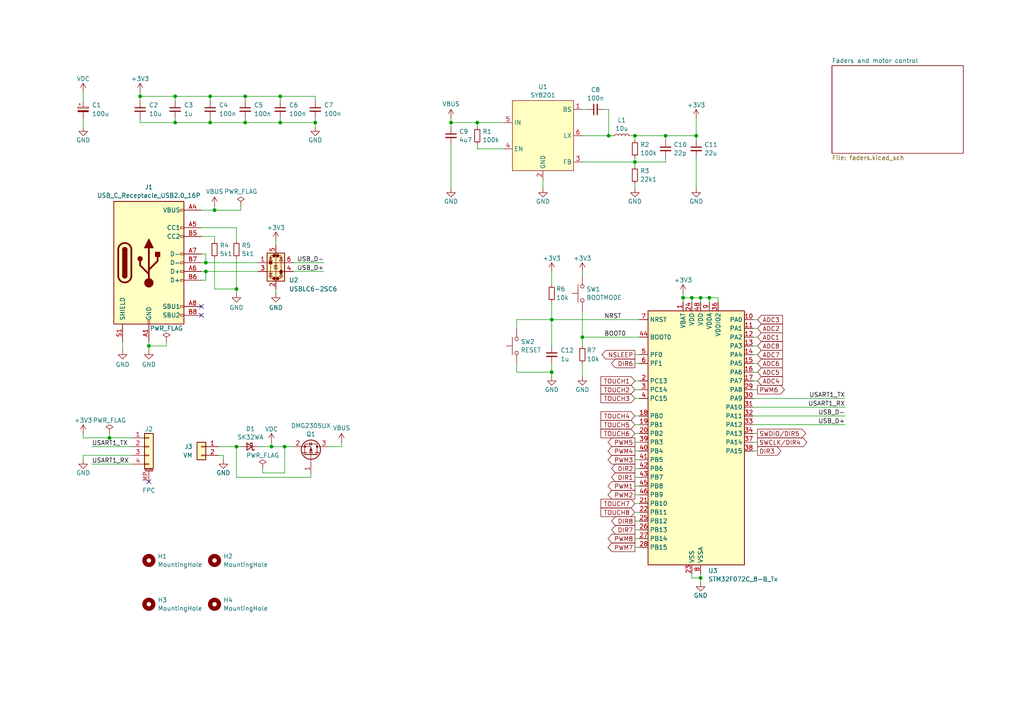
<source format=kicad_sch>
(kicad_sch
	(version 20231120)
	(generator "eeschema")
	(generator_version "8.0")
	(uuid "47ef7db7-299d-4f78-9abd-30c71fd4cb96")
	(paper "A4")
	
	(junction
		(at 184.15 46.99)
		(diameter 0)
		(color 0 0 0 0)
		(uuid "01ecb549-7397-4902-9db8-526b9ef2e10f")
	)
	(junction
		(at 198.12 86.36)
		(diameter 0)
		(color 0 0 0 0)
		(uuid "040aefeb-5635-4043-82f3-760ad7a5c51d")
	)
	(junction
		(at 82.55 129.54)
		(diameter 0)
		(color 0 0 0 0)
		(uuid "06ed763b-5b1e-4a17-b61e-e2328502e010")
	)
	(junction
		(at 60.96 27.94)
		(diameter 0)
		(color 0 0 0 0)
		(uuid "07184488-0111-4e55-8a0f-0eb8a8747fbd")
	)
	(junction
		(at 91.44 35.56)
		(diameter 0)
		(color 0 0 0 0)
		(uuid "0cd718ea-a0b6-4a33-9b60-19fa926a4ea2")
	)
	(junction
		(at 184.15 39.37)
		(diameter 0)
		(color 0 0 0 0)
		(uuid "123f1aca-5fed-4111-b372-06715b57391c")
	)
	(junction
		(at 193.04 39.37)
		(diameter 0)
		(color 0 0 0 0)
		(uuid "29f1da63-8519-4875-96e2-ad0de7237e10")
	)
	(junction
		(at 62.23 60.96)
		(diameter 0)
		(color 0 0 0 0)
		(uuid "306601c3-1595-411c-9f93-10d5258d28ee")
	)
	(junction
		(at 81.28 35.56)
		(diameter 0)
		(color 0 0 0 0)
		(uuid "39cdc67b-dbae-44f6-bc4b-e7d0856dc8b7")
	)
	(junction
		(at 50.8 35.56)
		(diameter 0)
		(color 0 0 0 0)
		(uuid "3d2bbb8f-def9-487f-b3ae-a50ddde70062")
	)
	(junction
		(at 201.93 39.37)
		(diameter 0)
		(color 0 0 0 0)
		(uuid "478ebd70-0f7f-42a5-b438-83c520885bf0")
	)
	(junction
		(at 43.18 100.33)
		(diameter 0)
		(color 0 0 0 0)
		(uuid "5a3b429f-a12f-42e3-b0ae-569bc1d3bfa6")
	)
	(junction
		(at 81.28 27.94)
		(diameter 0)
		(color 0 0 0 0)
		(uuid "629bf52f-84a2-4021-ab96-4f4da23e8915")
	)
	(junction
		(at 68.58 83.82)
		(diameter 0)
		(color 0 0 0 0)
		(uuid "83f128a0-169d-4028-92af-1cdfeb221cc1")
	)
	(junction
		(at 205.74 86.36)
		(diameter 0)
		(color 0 0 0 0)
		(uuid "86a980ba-66e5-465b-b69f-8451d386f49f")
	)
	(junction
		(at 31.75 127)
		(diameter 0)
		(color 0 0 0 0)
		(uuid "874e5432-9a67-4232-94c1-66745fa2f679")
	)
	(junction
		(at 59.69 78.74)
		(diameter 0)
		(color 0 0 0 0)
		(uuid "88162d80-e876-4146-9765-078de4014b80")
	)
	(junction
		(at 203.2 167.64)
		(diameter 0)
		(color 0 0 0 0)
		(uuid "8bc678b2-3aaa-4b86-92e6-787d89ccb432")
	)
	(junction
		(at 176.53 39.37)
		(diameter 0)
		(color 0 0 0 0)
		(uuid "8f47b7e6-5c9c-452d-8d36-b91df4c47515")
	)
	(junction
		(at 203.2 86.36)
		(diameter 0)
		(color 0 0 0 0)
		(uuid "939cfd2e-2173-40b7-8793-3feae710b8e7")
	)
	(junction
		(at 50.8 27.94)
		(diameter 0)
		(color 0 0 0 0)
		(uuid "951c9b82-52bd-44a7-899c-618b0fd2cdbd")
	)
	(junction
		(at 160.02 107.95)
		(diameter 0)
		(color 0 0 0 0)
		(uuid "9741f398-1597-4eba-8be9-e211c714a35b")
	)
	(junction
		(at 68.58 129.54)
		(diameter 0)
		(color 0 0 0 0)
		(uuid "99340852-5a06-4d08-992e-54d13338d665")
	)
	(junction
		(at 168.91 97.79)
		(diameter 0)
		(color 0 0 0 0)
		(uuid "9d35ba31-a2de-4070-b50b-ccd04af9ac64")
	)
	(junction
		(at 71.12 35.56)
		(diameter 0)
		(color 0 0 0 0)
		(uuid "9de75551-dc21-4d74-92f6-ca850f68ddd4")
	)
	(junction
		(at 59.69 76.2)
		(diameter 0)
		(color 0 0 0 0)
		(uuid "a8055bfa-504a-47fe-be20-24f356e35f58")
	)
	(junction
		(at 160.02 92.71)
		(diameter 0)
		(color 0 0 0 0)
		(uuid "aaea7034-170f-41f2-bb9f-4c661eefb2bd")
	)
	(junction
		(at 200.66 86.36)
		(diameter 0)
		(color 0 0 0 0)
		(uuid "aeb9a1ba-93d2-40b6-a24d-53221830b8af")
	)
	(junction
		(at 40.64 27.94)
		(diameter 0)
		(color 0 0 0 0)
		(uuid "b1a04391-444e-42e1-b221-a677030b7001")
	)
	(junction
		(at 71.12 27.94)
		(diameter 0)
		(color 0 0 0 0)
		(uuid "c8c11ba3-d292-4c2a-b335-4751e243ac87")
	)
	(junction
		(at 130.81 35.56)
		(diameter 0)
		(color 0 0 0 0)
		(uuid "e1fcd8df-4a59-4b91-95b6-5a2ceaa42b17")
	)
	(junction
		(at 78.74 129.54)
		(diameter 0)
		(color 0 0 0 0)
		(uuid "e6aa47ec-43d2-469e-9499-72de74f6f1a0")
	)
	(junction
		(at 138.43 35.56)
		(diameter 0)
		(color 0 0 0 0)
		(uuid "ea90c3cd-fca5-4a9e-8fef-bde255fcd196")
	)
	(junction
		(at 60.96 35.56)
		(diameter 0)
		(color 0 0 0 0)
		(uuid "ffec608c-ce52-4d2f-a63e-4c104b8d9867")
	)
	(no_connect
		(at 58.42 91.44)
		(uuid "34ac04b1-6152-449a-a975-33ab90760029")
	)
	(no_connect
		(at 43.18 139.7)
		(uuid "6beddf35-7b3b-44a1-afd0-7cf5129a1892")
	)
	(no_connect
		(at 58.42 88.9)
		(uuid "e1cbfa2b-f555-4b25-8eb8-1f167a2c0afa")
	)
	(wire
		(pts
			(xy 64.77 132.08) (xy 64.77 133.35)
		)
		(stroke
			(width 0)
			(type default)
		)
		(uuid "0048ad90-83bc-4d23-b958-9075c404bbb2")
	)
	(wire
		(pts
			(xy 40.64 27.94) (xy 50.8 27.94)
		)
		(stroke
			(width 0)
			(type default)
		)
		(uuid "01b31b82-1a41-4cb5-98a7-3fa2f080a861")
	)
	(wire
		(pts
			(xy 31.75 125.73) (xy 31.75 127)
		)
		(stroke
			(width 0)
			(type default)
		)
		(uuid "01cf38c0-c484-4f24-b3a9-b9a3678eb794")
	)
	(wire
		(pts
			(xy 78.74 129.54) (xy 82.55 129.54)
		)
		(stroke
			(width 0)
			(type default)
		)
		(uuid "02a3b9c6-d777-4594-ac05-958d1c2dcc6b")
	)
	(wire
		(pts
			(xy 168.91 97.79) (xy 168.91 100.33)
		)
		(stroke
			(width 0)
			(type default)
		)
		(uuid "041df7a9-8a46-43d8-b6b7-102f3387bf6f")
	)
	(wire
		(pts
			(xy 184.15 130.81) (xy 185.42 130.81)
		)
		(stroke
			(width 0)
			(type default)
		)
		(uuid "04d62428-0865-4c89-99dd-db4b9b812375")
	)
	(wire
		(pts
			(xy 71.12 34.29) (xy 71.12 35.56)
		)
		(stroke
			(width 0)
			(type default)
		)
		(uuid "061be30a-67db-4872-9608-fa2b87f2ca0f")
	)
	(wire
		(pts
			(xy 81.28 34.29) (xy 81.28 35.56)
		)
		(stroke
			(width 0)
			(type default)
		)
		(uuid "06212692-73e6-494b-af4c-cf3c4ea9d7bf")
	)
	(wire
		(pts
			(xy 81.28 35.56) (xy 91.44 35.56)
		)
		(stroke
			(width 0)
			(type default)
		)
		(uuid "06833611-1471-4b27-b271-8afabe33edf3")
	)
	(wire
		(pts
			(xy 90.17 137.16) (xy 90.17 138.43)
		)
		(stroke
			(width 0)
			(type default)
		)
		(uuid "0a507c12-4a4b-46eb-8040-a33f43c062b0")
	)
	(wire
		(pts
			(xy 149.86 105.41) (xy 149.86 107.95)
		)
		(stroke
			(width 0)
			(type default)
		)
		(uuid "0b0cda31-54b5-4226-9fd9-9e9e51da0f7d")
	)
	(wire
		(pts
			(xy 63.5 132.08) (xy 64.77 132.08)
		)
		(stroke
			(width 0)
			(type default)
		)
		(uuid "0c8ed0b2-de2a-4ca2-8ce2-3179a1f1d09e")
	)
	(wire
		(pts
			(xy 149.86 107.95) (xy 160.02 107.95)
		)
		(stroke
			(width 0)
			(type default)
		)
		(uuid "0d309a18-7775-455b-ae98-950939d89c6e")
	)
	(wire
		(pts
			(xy 68.58 129.54) (xy 69.85 129.54)
		)
		(stroke
			(width 0)
			(type default)
		)
		(uuid "0e6cb037-21c1-4f08-af4b-ce5d3470104e")
	)
	(wire
		(pts
			(xy 184.15 148.59) (xy 185.42 148.59)
		)
		(stroke
			(width 0)
			(type default)
		)
		(uuid "0eeb34cb-61f2-483b-82b1-1766b3eb5f84")
	)
	(wire
		(pts
			(xy 184.15 105.41) (xy 185.42 105.41)
		)
		(stroke
			(width 0)
			(type default)
		)
		(uuid "0faa8a7b-776d-4e56-aa33-cb9ccfeca810")
	)
	(wire
		(pts
			(xy 58.42 78.74) (xy 59.69 78.74)
		)
		(stroke
			(width 0)
			(type default)
		)
		(uuid "10186dba-eddb-4727-a7a0-cc4d99111848")
	)
	(wire
		(pts
			(xy 193.04 39.37) (xy 201.93 39.37)
		)
		(stroke
			(width 0)
			(type default)
		)
		(uuid "147455c7-f55c-4397-aacf-0d671a54b7a1")
	)
	(wire
		(pts
			(xy 62.23 59.69) (xy 62.23 60.96)
		)
		(stroke
			(width 0)
			(type default)
		)
		(uuid "18cd0b6a-4469-4514-b265-bb7aac67e768")
	)
	(wire
		(pts
			(xy 31.75 127) (xy 38.1 127)
		)
		(stroke
			(width 0)
			(type default)
		)
		(uuid "18fc09cf-b4aa-4aa0-b16c-d5f9e3a8aeae")
	)
	(wire
		(pts
			(xy 99.06 128.27) (xy 99.06 129.54)
		)
		(stroke
			(width 0)
			(type default)
		)
		(uuid "199175a7-82a8-454a-b79c-4c6f348d8356")
	)
	(wire
		(pts
			(xy 58.42 66.04) (xy 68.58 66.04)
		)
		(stroke
			(width 0)
			(type default)
		)
		(uuid "1f21ce92-2107-4f6d-a1c8-e047e8b0b647")
	)
	(wire
		(pts
			(xy 81.28 27.94) (xy 91.44 27.94)
		)
		(stroke
			(width 0)
			(type default)
		)
		(uuid "2434cc48-e2e8-4d71-a181-3cafdb7c62d7")
	)
	(wire
		(pts
			(xy 24.13 26.67) (xy 24.13 29.21)
		)
		(stroke
			(width 0)
			(type default)
		)
		(uuid "24ec5f5b-87fa-4940-ac7e-5faf5a8a70f3")
	)
	(wire
		(pts
			(xy 203.2 86.36) (xy 203.2 87.63)
		)
		(stroke
			(width 0)
			(type default)
		)
		(uuid "2648eafd-6e5f-4004-9095-ac7a69dc4fad")
	)
	(wire
		(pts
			(xy 48.26 99.06) (xy 48.26 100.33)
		)
		(stroke
			(width 0)
			(type default)
		)
		(uuid "27abd8b6-742d-4eb3-ab1e-50776d161871")
	)
	(wire
		(pts
			(xy 218.44 113.03) (xy 219.71 113.03)
		)
		(stroke
			(width 0)
			(type default)
		)
		(uuid "2b269f28-cc09-448e-bfec-a0cbd2540710")
	)
	(wire
		(pts
			(xy 184.15 151.13) (xy 185.42 151.13)
		)
		(stroke
			(width 0)
			(type default)
		)
		(uuid "2e63f24f-d3e6-4cd1-90ec-19e56361ed91")
	)
	(wire
		(pts
			(xy 203.2 166.37) (xy 203.2 167.64)
		)
		(stroke
			(width 0)
			(type default)
		)
		(uuid "2eaf0a90-188f-4fc5-8bbd-a9aac8cc5696")
	)
	(wire
		(pts
			(xy 201.93 45.72) (xy 201.93 54.61)
		)
		(stroke
			(width 0)
			(type default)
		)
		(uuid "2f054bbe-20c2-42d5-bbcf-a64bbba01a52")
	)
	(wire
		(pts
			(xy 85.09 76.2) (xy 93.98 76.2)
		)
		(stroke
			(width 0)
			(type default)
		)
		(uuid "3060fea5-6e64-423a-aa09-3424c16a4380")
	)
	(wire
		(pts
			(xy 130.81 35.56) (xy 130.81 36.83)
		)
		(stroke
			(width 0)
			(type default)
		)
		(uuid "35ba4859-37bb-4288-9592-1ca41ebc1dd0")
	)
	(wire
		(pts
			(xy 58.42 60.96) (xy 62.23 60.96)
		)
		(stroke
			(width 0)
			(type default)
		)
		(uuid "3607ce74-728c-4683-b8e0-0a95aec4bfe2")
	)
	(wire
		(pts
			(xy 91.44 34.29) (xy 91.44 35.56)
		)
		(stroke
			(width 0)
			(type default)
		)
		(uuid "3666ceed-0ddb-4136-9bb1-1cdf5100b893")
	)
	(wire
		(pts
			(xy 62.23 68.58) (xy 62.23 69.85)
		)
		(stroke
			(width 0)
			(type default)
		)
		(uuid "384c2752-6bd4-478a-8656-099f83299d41")
	)
	(wire
		(pts
			(xy 184.15 115.57) (xy 185.42 115.57)
		)
		(stroke
			(width 0)
			(type default)
		)
		(uuid "3c341e09-318c-43ec-89a3-9cfdc5ee5186")
	)
	(wire
		(pts
			(xy 201.93 39.37) (xy 201.93 34.29)
		)
		(stroke
			(width 0)
			(type default)
		)
		(uuid "3d9ad24f-7ff7-4756-940c-e3c29f64722f")
	)
	(wire
		(pts
			(xy 184.15 113.03) (xy 185.42 113.03)
		)
		(stroke
			(width 0)
			(type default)
		)
		(uuid "3e21f81f-c760-4c68-9396-0fc9c4065f1d")
	)
	(wire
		(pts
			(xy 78.74 128.27) (xy 78.74 129.54)
		)
		(stroke
			(width 0)
			(type default)
		)
		(uuid "3f1082ef-7361-4d7f-8aad-85705cb3ead8")
	)
	(wire
		(pts
			(xy 203.2 167.64) (xy 203.2 168.91)
		)
		(stroke
			(width 0)
			(type default)
		)
		(uuid "401d4367-61bf-4fbc-bada-b9542db0119b")
	)
	(wire
		(pts
			(xy 130.81 35.56) (xy 138.43 35.56)
		)
		(stroke
			(width 0)
			(type default)
		)
		(uuid "407d23ed-f466-45fc-955c-5c4411afacb9")
	)
	(wire
		(pts
			(xy 43.18 100.33) (xy 43.18 101.6)
		)
		(stroke
			(width 0)
			(type default)
		)
		(uuid "432eb8e1-4bb4-4738-a6d2-c22cfd6a048f")
	)
	(wire
		(pts
			(xy 82.55 137.16) (xy 82.55 129.54)
		)
		(stroke
			(width 0)
			(type default)
		)
		(uuid "443dbc95-7d23-4951-8f1e-56b975802fed")
	)
	(wire
		(pts
			(xy 50.8 35.56) (xy 60.96 35.56)
		)
		(stroke
			(width 0)
			(type default)
		)
		(uuid "4b72cc0c-3552-4aaf-b9f6-c29d4053f08f")
	)
	(wire
		(pts
			(xy 68.58 138.43) (xy 90.17 138.43)
		)
		(stroke
			(width 0)
			(type default)
		)
		(uuid "4c49f2fd-5af4-4ae9-9840-9820dee2b2fd")
	)
	(wire
		(pts
			(xy 184.15 125.73) (xy 185.42 125.73)
		)
		(stroke
			(width 0)
			(type default)
		)
		(uuid "4cdf7558-dcfe-4c7e-8382-892972d57984")
	)
	(wire
		(pts
			(xy 76.2 135.89) (xy 76.2 137.16)
		)
		(stroke
			(width 0)
			(type default)
		)
		(uuid "4f5ade44-8174-4f44-9ca3-ebc905047fca")
	)
	(wire
		(pts
			(xy 208.28 87.63) (xy 208.28 86.36)
		)
		(stroke
			(width 0)
			(type default)
		)
		(uuid "51dd7b7d-5eda-4e12-9c37-480c9f5fad13")
	)
	(wire
		(pts
			(xy 198.12 86.36) (xy 200.66 86.36)
		)
		(stroke
			(width 0)
			(type default)
		)
		(uuid "54784272-d671-432e-b766-91082b058b18")
	)
	(wire
		(pts
			(xy 58.42 73.66) (xy 59.69 73.66)
		)
		(stroke
			(width 0)
			(type default)
		)
		(uuid "55d0fa8c-b5f6-4de4-ae5d-8ef5a95b30b5")
	)
	(wire
		(pts
			(xy 62.23 60.96) (xy 69.85 60.96)
		)
		(stroke
			(width 0)
			(type default)
		)
		(uuid "5857f32e-4066-46e1-b3b1-7829571a5a36")
	)
	(wire
		(pts
			(xy 68.58 66.04) (xy 68.58 69.85)
		)
		(stroke
			(width 0)
			(type default)
		)
		(uuid "5881e0e1-abce-4b71-acdd-76b9bf40ad29")
	)
	(wire
		(pts
			(xy 68.58 85.09) (xy 68.58 83.82)
		)
		(stroke
			(width 0)
			(type default)
		)
		(uuid "5965530b-018b-4a93-b8dc-48a767bef16a")
	)
	(wire
		(pts
			(xy 24.13 125.73) (xy 24.13 127)
		)
		(stroke
			(width 0)
			(type default)
		)
		(uuid "5b039e59-f332-489a-94ce-25f58b432a02")
	)
	(wire
		(pts
			(xy 82.55 129.54) (xy 85.09 129.54)
		)
		(stroke
			(width 0)
			(type default)
		)
		(uuid "5c6f3a22-bcb3-401e-8d17-0eb4b4b040ba")
	)
	(wire
		(pts
			(xy 184.15 46.99) (xy 184.15 48.26)
		)
		(stroke
			(width 0)
			(type default)
		)
		(uuid "5d0f83c8-1220-4967-a04f-b8b1a958b625")
	)
	(wire
		(pts
			(xy 60.96 35.56) (xy 71.12 35.56)
		)
		(stroke
			(width 0)
			(type default)
		)
		(uuid "5fae56fc-4188-478c-be4f-680ddf84875b")
	)
	(wire
		(pts
			(xy 138.43 43.18) (xy 146.05 43.18)
		)
		(stroke
			(width 0)
			(type default)
		)
		(uuid "5ff5f9eb-fcf8-445c-8b70-66da854e37e9")
	)
	(wire
		(pts
			(xy 85.09 78.74) (xy 93.98 78.74)
		)
		(stroke
			(width 0)
			(type default)
		)
		(uuid "60ab488b-6e41-4545-807f-dc53fd729dc4")
	)
	(wire
		(pts
			(xy 193.04 39.37) (xy 193.04 40.64)
		)
		(stroke
			(width 0)
			(type default)
		)
		(uuid "64011de7-7760-4ec3-ae34-0f6b20f93192")
	)
	(wire
		(pts
			(xy 62.23 74.93) (xy 62.23 83.82)
		)
		(stroke
			(width 0)
			(type default)
		)
		(uuid "64e31f6c-0edd-40c0-963a-98dc54e1af17")
	)
	(wire
		(pts
			(xy 182.88 39.37) (xy 184.15 39.37)
		)
		(stroke
			(width 0)
			(type default)
		)
		(uuid "65b54cdc-4e1f-4533-a2d5-cf29a46b6611")
	)
	(wire
		(pts
			(xy 168.91 97.79) (xy 185.42 97.79)
		)
		(stroke
			(width 0)
			(type default)
		)
		(uuid "6833933d-53c3-4bdf-9156-5d84b7c96577")
	)
	(wire
		(pts
			(xy 184.15 138.43) (xy 185.42 138.43)
		)
		(stroke
			(width 0)
			(type default)
		)
		(uuid "68f8452a-f130-4b79-aa73-76325a5cdb18")
	)
	(wire
		(pts
			(xy 24.13 127) (xy 31.75 127)
		)
		(stroke
			(width 0)
			(type default)
		)
		(uuid "6921b631-7bbd-4688-9160-2f698aa4926a")
	)
	(wire
		(pts
			(xy 71.12 27.94) (xy 71.12 29.21)
		)
		(stroke
			(width 0)
			(type default)
		)
		(uuid "6cc492c8-1cce-4c93-b91a-715f11802443")
	)
	(wire
		(pts
			(xy 184.15 45.72) (xy 184.15 46.99)
		)
		(stroke
			(width 0)
			(type default)
		)
		(uuid "6f8af875-0f2e-4e98-940d-a16a4545d17f")
	)
	(wire
		(pts
			(xy 168.91 46.99) (xy 184.15 46.99)
		)
		(stroke
			(width 0)
			(type default)
		)
		(uuid "70120d0e-3cf3-4039-8d79-4d394f8ff45d")
	)
	(wire
		(pts
			(xy 59.69 76.2) (xy 74.93 76.2)
		)
		(stroke
			(width 0)
			(type default)
		)
		(uuid "716898b5-ca9c-442c-a1f5-27c43cc25ccb")
	)
	(wire
		(pts
			(xy 160.02 92.71) (xy 149.86 92.71)
		)
		(stroke
			(width 0)
			(type default)
		)
		(uuid "7427ba6a-a1c1-4906-92f2-16c0cb19e43f")
	)
	(wire
		(pts
			(xy 80.01 83.82) (xy 80.01 85.09)
		)
		(stroke
			(width 0)
			(type default)
		)
		(uuid "77d3f894-28ff-463d-a6f8-a68dda1fee20")
	)
	(wire
		(pts
			(xy 205.74 86.36) (xy 205.74 87.63)
		)
		(stroke
			(width 0)
			(type default)
		)
		(uuid "7ab6beae-b7a2-484b-a598-eb789154dade")
	)
	(wire
		(pts
			(xy 203.2 86.36) (xy 205.74 86.36)
		)
		(stroke
			(width 0)
			(type default)
		)
		(uuid "7bf4308e-f756-4772-b742-40294becee4f")
	)
	(wire
		(pts
			(xy 60.96 27.94) (xy 60.96 29.21)
		)
		(stroke
			(width 0)
			(type default)
		)
		(uuid "7c05c1ff-7a74-406e-b643-dd3ee16a7084")
	)
	(wire
		(pts
			(xy 184.15 39.37) (xy 184.15 40.64)
		)
		(stroke
			(width 0)
			(type default)
		)
		(uuid "7c544ad1-a709-4ad9-a1e9-7c1afc636155")
	)
	(wire
		(pts
			(xy 184.15 135.89) (xy 185.42 135.89)
		)
		(stroke
			(width 0)
			(type default)
		)
		(uuid "7c8de7df-36c1-4ab8-b21c-e650e393af7d")
	)
	(wire
		(pts
			(xy 184.15 128.27) (xy 185.42 128.27)
		)
		(stroke
			(width 0)
			(type default)
		)
		(uuid "7c980c14-b265-441a-960f-6dc1ab323cbc")
	)
	(wire
		(pts
			(xy 160.02 105.41) (xy 160.02 107.95)
		)
		(stroke
			(width 0)
			(type default)
		)
		(uuid "7d5bb250-de93-4e83-9934-976c2ee2d171")
	)
	(wire
		(pts
			(xy 184.15 123.19) (xy 185.42 123.19)
		)
		(stroke
			(width 0)
			(type default)
		)
		(uuid "7f010d39-8a2a-4557-b411-743a1095f9dc")
	)
	(wire
		(pts
			(xy 184.15 120.65) (xy 185.42 120.65)
		)
		(stroke
			(width 0)
			(type default)
		)
		(uuid "7f0833dc-990e-4daa-a180-407ed4377967")
	)
	(wire
		(pts
			(xy 200.66 86.36) (xy 203.2 86.36)
		)
		(stroke
			(width 0)
			(type default)
		)
		(uuid "7f223536-652d-426f-bb8f-ebe3151c9a1f")
	)
	(wire
		(pts
			(xy 59.69 81.28) (xy 59.69 78.74)
		)
		(stroke
			(width 0)
			(type default)
		)
		(uuid "7f3698cf-6291-45f9-b4e6-f6e82a1dbeac")
	)
	(wire
		(pts
			(xy 138.43 35.56) (xy 138.43 36.83)
		)
		(stroke
			(width 0)
			(type default)
		)
		(uuid "84a5567d-6f5c-4912-9451-fe9c27384491")
	)
	(wire
		(pts
			(xy 168.91 90.17) (xy 168.91 97.79)
		)
		(stroke
			(width 0)
			(type default)
		)
		(uuid "861ad518-43d3-4bfc-9bab-b2469456a41f")
	)
	(wire
		(pts
			(xy 168.91 31.75) (xy 170.18 31.75)
		)
		(stroke
			(width 0)
			(type default)
		)
		(uuid "86bd337e-9433-44c6-bc6f-a0aafc51bbdb")
	)
	(wire
		(pts
			(xy 130.81 34.29) (xy 130.81 35.56)
		)
		(stroke
			(width 0)
			(type default)
		)
		(uuid "874f4750-c39e-4b7e-8a00-835e58a9ed80")
	)
	(wire
		(pts
			(xy 218.44 95.25) (xy 219.71 95.25)
		)
		(stroke
			(width 0)
			(type default)
		)
		(uuid "875edc13-607e-4093-b201-3228dfb1de89")
	)
	(wire
		(pts
			(xy 160.02 87.63) (xy 160.02 92.71)
		)
		(stroke
			(width 0)
			(type default)
		)
		(uuid "89bfbd7c-a446-4ad7-879d-8f37f8aad056")
	)
	(wire
		(pts
			(xy 24.13 132.08) (xy 24.13 133.35)
		)
		(stroke
			(width 0)
			(type default)
		)
		(uuid "8c4eac7f-f793-4362-a7dd-b75349b5af14")
	)
	(wire
		(pts
			(xy 176.53 31.75) (xy 176.53 39.37)
		)
		(stroke
			(width 0)
			(type default)
		)
		(uuid "8c798fd9-eeb6-4dde-9671-650658f905da")
	)
	(wire
		(pts
			(xy 184.15 39.37) (xy 193.04 39.37)
		)
		(stroke
			(width 0)
			(type default)
		)
		(uuid "90180508-8b07-4083-a19f-450954a5177a")
	)
	(wire
		(pts
			(xy 218.44 125.73) (xy 219.71 125.73)
		)
		(stroke
			(width 0)
			(type default)
		)
		(uuid "90693952-ddff-4916-ba9c-c587b5d8b3ce")
	)
	(wire
		(pts
			(xy 160.02 107.95) (xy 160.02 109.22)
		)
		(stroke
			(width 0)
			(type default)
		)
		(uuid "914f002c-23fe-4d0d-8afa-6f607218c0db")
	)
	(wire
		(pts
			(xy 184.15 140.97) (xy 185.42 140.97)
		)
		(stroke
			(width 0)
			(type default)
		)
		(uuid "91c2e16a-f8a9-4107-92d9-ad18aa841955")
	)
	(wire
		(pts
			(xy 205.74 86.36) (xy 208.28 86.36)
		)
		(stroke
			(width 0)
			(type default)
		)
		(uuid "94333956-7134-4104-a16e-0dc9f3621df7")
	)
	(wire
		(pts
			(xy 69.85 59.69) (xy 69.85 60.96)
		)
		(stroke
			(width 0)
			(type default)
		)
		(uuid "95565fbf-38c1-4760-b5b3-8b6624f5872a")
	)
	(wire
		(pts
			(xy 184.15 146.05) (xy 185.42 146.05)
		)
		(stroke
			(width 0)
			(type default)
		)
		(uuid "98410376-bd60-46ee-b324-a2935711fcfa")
	)
	(wire
		(pts
			(xy 68.58 138.43) (xy 68.58 129.54)
		)
		(stroke
			(width 0)
			(type default)
		)
		(uuid "99197383-3adf-4ec5-aae4-aae8a4cc7041")
	)
	(wire
		(pts
			(xy 71.12 35.56) (xy 81.28 35.56)
		)
		(stroke
			(width 0)
			(type default)
		)
		(uuid "9a831e28-5873-452d-84a0-fda31d2d4bc2")
	)
	(wire
		(pts
			(xy 50.8 34.29) (xy 50.8 35.56)
		)
		(stroke
			(width 0)
			(type default)
		)
		(uuid "9a966c3a-737b-48bc-9f18-6e38f543bf5e")
	)
	(wire
		(pts
			(xy 26.67 129.54) (xy 38.1 129.54)
		)
		(stroke
			(width 0)
			(type default)
		)
		(uuid "9b5d2a4c-6de7-4cce-9b21-7827e6424ca7")
	)
	(wire
		(pts
			(xy 50.8 27.94) (xy 50.8 29.21)
		)
		(stroke
			(width 0)
			(type default)
		)
		(uuid "9d9c2b01-8051-4697-aa2d-78b770e83a2d")
	)
	(wire
		(pts
			(xy 184.15 143.51) (xy 185.42 143.51)
		)
		(stroke
			(width 0)
			(type default)
		)
		(uuid "a0d9fd43-59a1-4e4f-ab8a-e3b90a24cf85")
	)
	(wire
		(pts
			(xy 160.02 92.71) (xy 160.02 100.33)
		)
		(stroke
			(width 0)
			(type default)
		)
		(uuid "a29c03e6-a983-424a-af01-f726d3ccc997")
	)
	(wire
		(pts
			(xy 40.64 35.56) (xy 50.8 35.56)
		)
		(stroke
			(width 0)
			(type default)
		)
		(uuid "a3703c23-6d5a-49e8-8dc9-e6b8c499608d")
	)
	(wire
		(pts
			(xy 184.15 53.34) (xy 184.15 54.61)
		)
		(stroke
			(width 0)
			(type default)
		)
		(uuid "a3ee96f5-7cea-41d5-bfec-4c2b6ab7cb2e")
	)
	(wire
		(pts
			(xy 198.12 86.36) (xy 198.12 87.63)
		)
		(stroke
			(width 0)
			(type default)
		)
		(uuid "a4cfc726-718e-4d25-bf58-ac4f4272f13b")
	)
	(wire
		(pts
			(xy 149.86 92.71) (xy 149.86 95.25)
		)
		(stroke
			(width 0)
			(type default)
		)
		(uuid "a4e582ea-ff20-46bd-b3d0-f4e8869477b2")
	)
	(wire
		(pts
			(xy 218.44 100.33) (xy 219.71 100.33)
		)
		(stroke
			(width 0)
			(type default)
		)
		(uuid "a50cae7c-7f07-46eb-b5cc-045c4e4a5798")
	)
	(wire
		(pts
			(xy 218.44 110.49) (xy 219.71 110.49)
		)
		(stroke
			(width 0)
			(type default)
		)
		(uuid "a56bae1b-1fca-4067-a155-f76d816b5b97")
	)
	(wire
		(pts
			(xy 218.44 105.41) (xy 219.71 105.41)
		)
		(stroke
			(width 0)
			(type default)
		)
		(uuid "a796efc0-f9cb-4d6e-9e4c-398d53367cce")
	)
	(wire
		(pts
			(xy 59.69 76.2) (xy 59.69 73.66)
		)
		(stroke
			(width 0)
			(type default)
		)
		(uuid "aaae5aa0-8cf3-48ef-bc04-3da57dc49321")
	)
	(wire
		(pts
			(xy 40.64 34.29) (xy 40.64 35.56)
		)
		(stroke
			(width 0)
			(type default)
		)
		(uuid "ab0a616b-b6cc-4318-84fb-36c9e1869a16")
	)
	(wire
		(pts
			(xy 218.44 115.57) (xy 245.11 115.57)
		)
		(stroke
			(width 0)
			(type default)
		)
		(uuid "abb054ca-058b-42b1-ade5-3c9c86fee476")
	)
	(wire
		(pts
			(xy 200.66 166.37) (xy 200.66 167.64)
		)
		(stroke
			(width 0)
			(type default)
		)
		(uuid "ac9acd9a-5201-4421-b6f7-886144f99c2d")
	)
	(wire
		(pts
			(xy 43.18 99.06) (xy 43.18 100.33)
		)
		(stroke
			(width 0)
			(type default)
		)
		(uuid "addf122d-dca8-4fbd-bebf-7c08cb4b2baf")
	)
	(wire
		(pts
			(xy 168.91 105.41) (xy 168.91 109.22)
		)
		(stroke
			(width 0)
			(type default)
		)
		(uuid "b0d13a4e-569a-4ab6-ac58-529d27131a9f")
	)
	(wire
		(pts
			(xy 58.42 76.2) (xy 59.69 76.2)
		)
		(stroke
			(width 0)
			(type default)
		)
		(uuid "b1cebb67-1693-44c1-822c-9b7962491d93")
	)
	(wire
		(pts
			(xy 35.56 99.06) (xy 35.56 101.6)
		)
		(stroke
			(width 0)
			(type default)
		)
		(uuid "b2c13478-4c1d-4e8c-8793-76f992c66af2")
	)
	(wire
		(pts
			(xy 40.64 26.67) (xy 40.64 27.94)
		)
		(stroke
			(width 0)
			(type default)
		)
		(uuid "b2d8327d-80e5-4c85-a6c1-352552bf4a29")
	)
	(wire
		(pts
			(xy 24.13 132.08) (xy 38.1 132.08)
		)
		(stroke
			(width 0)
			(type default)
		)
		(uuid "b31aab92-a963-4f1e-b6c4-f7fa2534030e")
	)
	(wire
		(pts
			(xy 185.42 92.71) (xy 160.02 92.71)
		)
		(stroke
			(width 0)
			(type default)
		)
		(uuid "b3e0f214-c80d-4516-9912-79173a439b00")
	)
	(wire
		(pts
			(xy 63.5 129.54) (xy 68.58 129.54)
		)
		(stroke
			(width 0)
			(type default)
		)
		(uuid "b522f5e0-14f6-45d2-9cbd-5fd570a6e2ba")
	)
	(wire
		(pts
			(xy 218.44 130.81) (xy 219.71 130.81)
		)
		(stroke
			(width 0)
			(type default)
		)
		(uuid "b53dc3cb-f2c0-42fc-9687-ee3637cd0267")
	)
	(wire
		(pts
			(xy 130.81 41.91) (xy 130.81 54.61)
		)
		(stroke
			(width 0)
			(type default)
		)
		(uuid "b5b15c10-015d-42a6-8252-d5aae9c39d13")
	)
	(wire
		(pts
			(xy 50.8 27.94) (xy 60.96 27.94)
		)
		(stroke
			(width 0)
			(type default)
		)
		(uuid "b5e0856f-a8ef-48cc-bed2-ccf2118651f7")
	)
	(wire
		(pts
			(xy 58.42 68.58) (xy 62.23 68.58)
		)
		(stroke
			(width 0)
			(type default)
		)
		(uuid "b60b66fc-20fc-4041-a6c2-fd706951bc80")
	)
	(wire
		(pts
			(xy 218.44 107.95) (xy 219.71 107.95)
		)
		(stroke
			(width 0)
			(type default)
		)
		(uuid "ba316e23-05c3-46bc-bc41-3c4bf2541f6a")
	)
	(wire
		(pts
			(xy 218.44 92.71) (xy 219.71 92.71)
		)
		(stroke
			(width 0)
			(type default)
		)
		(uuid "ba399fd7-bf23-4898-aa1b-87b2586cd98a")
	)
	(wire
		(pts
			(xy 176.53 39.37) (xy 177.8 39.37)
		)
		(stroke
			(width 0)
			(type default)
		)
		(uuid "bbcb419b-e1dc-4895-bde1-f5b12ab46cf4")
	)
	(wire
		(pts
			(xy 184.15 110.49) (xy 185.42 110.49)
		)
		(stroke
			(width 0)
			(type default)
		)
		(uuid "bd12d411-df0a-4c17-bbdb-cc80b7ac80f4")
	)
	(wire
		(pts
			(xy 68.58 74.93) (xy 68.58 83.82)
		)
		(stroke
			(width 0)
			(type default)
		)
		(uuid "beeed78d-4b8f-479f-bb3b-868ce7a6b828")
	)
	(wire
		(pts
			(xy 76.2 137.16) (xy 82.55 137.16)
		)
		(stroke
			(width 0)
			(type default)
		)
		(uuid "c0abebcf-c6b7-4ca8-aaf2-221fde1e2665")
	)
	(wire
		(pts
			(xy 81.28 27.94) (xy 81.28 29.21)
		)
		(stroke
			(width 0)
			(type default)
		)
		(uuid "c1d5fb0a-2ee2-448c-97a7-41348809e0ef")
	)
	(wire
		(pts
			(xy 60.96 27.94) (xy 71.12 27.94)
		)
		(stroke
			(width 0)
			(type default)
		)
		(uuid "c4444a78-c09a-48d2-83c9-abf25a9e7178")
	)
	(wire
		(pts
			(xy 218.44 120.65) (xy 245.11 120.65)
		)
		(stroke
			(width 0)
			(type default)
		)
		(uuid "c69039b3-4290-45a4-a4bc-0777216ca679")
	)
	(wire
		(pts
			(xy 201.93 39.37) (xy 201.93 40.64)
		)
		(stroke
			(width 0)
			(type default)
		)
		(uuid "c6cfcb3a-730b-4658-8431-63793c63b7e9")
	)
	(wire
		(pts
			(xy 168.91 78.74) (xy 168.91 80.01)
		)
		(stroke
			(width 0)
			(type default)
		)
		(uuid "c89d1af5-285b-41d5-9d26-c79c91f317da")
	)
	(wire
		(pts
			(xy 184.15 102.87) (xy 185.42 102.87)
		)
		(stroke
			(width 0)
			(type default)
		)
		(uuid "c8c4c15d-0790-4ac9-83b8-a67676c53e36")
	)
	(wire
		(pts
			(xy 60.96 34.29) (xy 60.96 35.56)
		)
		(stroke
			(width 0)
			(type default)
		)
		(uuid "c90a3c9e-5779-4c28-8b99-01e481052021")
	)
	(wire
		(pts
			(xy 91.44 29.21) (xy 91.44 27.94)
		)
		(stroke
			(width 0)
			(type default)
		)
		(uuid "ca41b0ac-62cf-4c1d-879b-4c6e006d464c")
	)
	(wire
		(pts
			(xy 58.42 81.28) (xy 59.69 81.28)
		)
		(stroke
			(width 0)
			(type default)
		)
		(uuid "cd3ea629-628c-40e2-ad92-f01c904970ee")
	)
	(wire
		(pts
			(xy 138.43 35.56) (xy 146.05 35.56)
		)
		(stroke
			(width 0)
			(type default)
		)
		(uuid "cea5eecc-2938-4b0d-a346-e76e54e48f7e")
	)
	(wire
		(pts
			(xy 184.15 158.75) (xy 185.42 158.75)
		)
		(stroke
			(width 0)
			(type default)
		)
		(uuid "cfa50b5f-6974-49cf-86bd-b8685d1dfa51")
	)
	(wire
		(pts
			(xy 157.48 52.07) (xy 157.48 54.61)
		)
		(stroke
			(width 0)
			(type default)
		)
		(uuid "d36098b2-a7f5-4adc-8135-9c422fb8a915")
	)
	(wire
		(pts
			(xy 80.01 69.85) (xy 80.01 71.12)
		)
		(stroke
			(width 0)
			(type default)
		)
		(uuid "d3946505-803e-4ad4-8955-84cc507dab34")
	)
	(wire
		(pts
			(xy 184.15 133.35) (xy 185.42 133.35)
		)
		(stroke
			(width 0)
			(type default)
		)
		(uuid "d438d665-5406-4492-b533-9018d17493df")
	)
	(wire
		(pts
			(xy 184.15 153.67) (xy 185.42 153.67)
		)
		(stroke
			(width 0)
			(type default)
		)
		(uuid "d451d7fb-018d-4f76-bf4e-dd58153f1429")
	)
	(wire
		(pts
			(xy 74.93 129.54) (xy 78.74 129.54)
		)
		(stroke
			(width 0)
			(type default)
		)
		(uuid "d7545b7f-63a6-4383-b867-9c4fa376df63")
	)
	(wire
		(pts
			(xy 198.12 85.09) (xy 198.12 86.36)
		)
		(stroke
			(width 0)
			(type default)
		)
		(uuid "d7a0867e-25e2-4f4a-b692-5d05a8a8cb8b")
	)
	(wire
		(pts
			(xy 40.64 27.94) (xy 40.64 29.21)
		)
		(stroke
			(width 0)
			(type default)
		)
		(uuid "d7c3c501-d9d5-416b-876c-f6690989102e")
	)
	(wire
		(pts
			(xy 68.58 83.82) (xy 62.23 83.82)
		)
		(stroke
			(width 0)
			(type default)
		)
		(uuid "d827e24d-e23e-4330-93fa-1f6948d473bd")
	)
	(wire
		(pts
			(xy 200.66 167.64) (xy 203.2 167.64)
		)
		(stroke
			(width 0)
			(type default)
		)
		(uuid "d8627c18-0e9a-4967-862d-00456659de3c")
	)
	(wire
		(pts
			(xy 99.06 129.54) (xy 95.25 129.54)
		)
		(stroke
			(width 0)
			(type default)
		)
		(uuid "da00f806-c4ac-4c60-8178-b0d4aaad2fb4")
	)
	(wire
		(pts
			(xy 168.91 39.37) (xy 176.53 39.37)
		)
		(stroke
			(width 0)
			(type default)
		)
		(uuid "dca1bb94-ccc3-4f4f-a840-dd1e1c01d6a2")
	)
	(wire
		(pts
			(xy 184.15 156.21) (xy 185.42 156.21)
		)
		(stroke
			(width 0)
			(type default)
		)
		(uuid "de6ee751-0aae-4e9c-a508-5710a1ec8ffd")
	)
	(wire
		(pts
			(xy 218.44 128.27) (xy 219.71 128.27)
		)
		(stroke
			(width 0)
			(type default)
		)
		(uuid "dedd53a9-4051-4827-be3e-aa4afda71baf")
	)
	(wire
		(pts
			(xy 160.02 78.74) (xy 160.02 82.55)
		)
		(stroke
			(width 0)
			(type default)
		)
		(uuid "e0080456-2550-470b-a36c-44e9823fd8bc")
	)
	(wire
		(pts
			(xy 193.04 45.72) (xy 193.04 46.99)
		)
		(stroke
			(width 0)
			(type default)
		)
		(uuid "e2de3a9d-0894-4dcb-be96-41d17bfaf58a")
	)
	(wire
		(pts
			(xy 218.44 102.87) (xy 219.71 102.87)
		)
		(stroke
			(width 0)
			(type default)
		)
		(uuid "e45aa2b1-d2d1-4b3f-9a7a-c98d973469b6")
	)
	(wire
		(pts
			(xy 48.26 100.33) (xy 43.18 100.33)
		)
		(stroke
			(width 0)
			(type default)
		)
		(uuid "e7ea2e25-6e5f-4e5e-82bc-64616529282e")
	)
	(wire
		(pts
			(xy 138.43 41.91) (xy 138.43 43.18)
		)
		(stroke
			(width 0)
			(type default)
		)
		(uuid "e81e3824-13de-49c9-9d7b-2ab43094ce5e")
	)
	(wire
		(pts
			(xy 218.44 97.79) (xy 219.71 97.79)
		)
		(stroke
			(width 0)
			(type default)
		)
		(uuid "e994e198-c09e-4f63-9073-2065bb03863c")
	)
	(wire
		(pts
			(xy 218.44 118.11) (xy 245.11 118.11)
		)
		(stroke
			(width 0)
			(type default)
		)
		(uuid "f1698acc-980c-4690-a637-6cf6dfbb06a6")
	)
	(wire
		(pts
			(xy 200.66 86.36) (xy 200.66 87.63)
		)
		(stroke
			(width 0)
			(type default)
		)
		(uuid "f2d6c217-b24d-4910-bc39-3a72b1cc1889")
	)
	(wire
		(pts
			(xy 175.26 31.75) (xy 176.53 31.75)
		)
		(stroke
			(width 0)
			(type default)
		)
		(uuid "f42464d4-b71c-4517-ae3c-3d95b53f4607")
	)
	(wire
		(pts
			(xy 24.13 34.29) (xy 24.13 36.83)
		)
		(stroke
			(width 0)
			(type default)
		)
		(uuid "f452d0e6-0d96-4235-9488-f9143b0da7a2")
	)
	(wire
		(pts
			(xy 193.04 46.99) (xy 184.15 46.99)
		)
		(stroke
			(width 0)
			(type default)
		)
		(uuid "f46fd348-4cf7-4a35-9747-5649477b472b")
	)
	(wire
		(pts
			(xy 91.44 35.56) (xy 91.44 36.83)
		)
		(stroke
			(width 0)
			(type default)
		)
		(uuid "f67d9bd7-d44c-4fe5-b1ad-d401c70a94ca")
	)
	(wire
		(pts
			(xy 71.12 27.94) (xy 81.28 27.94)
		)
		(stroke
			(width 0)
			(type default)
		)
		(uuid "f6aead90-682e-44fd-a3e2-8cbb66e85e3d")
	)
	(wire
		(pts
			(xy 59.69 78.74) (xy 74.93 78.74)
		)
		(stroke
			(width 0)
			(type default)
		)
		(uuid "f7854cb2-6046-4efd-a6a4-68f0e0fa342e")
	)
	(wire
		(pts
			(xy 26.67 134.62) (xy 38.1 134.62)
		)
		(stroke
			(width 0)
			(type default)
		)
		(uuid "fca8e4f5-87ea-4528-b985-951817681bb0")
	)
	(wire
		(pts
			(xy 218.44 123.19) (xy 245.11 123.19)
		)
		(stroke
			(width 0)
			(type default)
		)
		(uuid "fd721772-6f6c-4f6c-a6bf-6661212de2e4")
	)
	(label "BOOT0"
		(at 175.26 97.79 0)
		(fields_autoplaced yes)
		(effects
			(font
				(size 1.27 1.27)
			)
			(justify left bottom)
		)
		(uuid "02629606-8a46-4355-9439-d8baeff61538")
	)
	(label "NRST"
		(at 175.26 92.71 0)
		(fields_autoplaced yes)
		(effects
			(font
				(size 1.27 1.27)
			)
			(justify left bottom)
		)
		(uuid "321f50f1-90b5-4821-b784-c469794d08fd")
	)
	(label "USART1_RX"
		(at 245.11 118.11 180)
		(fields_autoplaced yes)
		(effects
			(font
				(size 1.27 1.27)
			)
			(justify right bottom)
		)
		(uuid "39b1f20c-d965-4973-89c5-b5993b07ac4a")
	)
	(label "USB_D+"
		(at 93.98 78.74 180)
		(fields_autoplaced yes)
		(effects
			(font
				(size 1.27 1.27)
			)
			(justify right bottom)
		)
		(uuid "4867ab3c-ffab-45cd-adb2-69d75304b9d1")
	)
	(label "USART1_RX"
		(at 26.67 134.62 0)
		(fields_autoplaced yes)
		(effects
			(font
				(size 1.27 1.27)
			)
			(justify left bottom)
		)
		(uuid "675bfb8c-9dc6-4a07-8ff4-a3d0ec0517c0")
	)
	(label "USART1_TX"
		(at 26.67 129.54 0)
		(fields_autoplaced yes)
		(effects
			(font
				(size 1.27 1.27)
			)
			(justify left bottom)
		)
		(uuid "698e1147-b49e-497c-8dcf-babf4dc58425")
	)
	(label "USB_D-"
		(at 245.11 120.65 180)
		(fields_autoplaced yes)
		(effects
			(font
				(size 1.27 1.27)
			)
			(justify right bottom)
		)
		(uuid "a265ff3f-a25b-4dd1-8523-57bbce0a1c23")
	)
	(label "USB_D+"
		(at 245.11 123.19 180)
		(fields_autoplaced yes)
		(effects
			(font
				(size 1.27 1.27)
			)
			(justify right bottom)
		)
		(uuid "d289b64a-73b0-4e45-b346-3f578f493a3d")
	)
	(label "USB_D-"
		(at 93.98 76.2 180)
		(fields_autoplaced yes)
		(effects
			(font
				(size 1.27 1.27)
			)
			(justify right bottom)
		)
		(uuid "f041d19b-6d11-46da-919d-be1d86dfc4f5")
	)
	(label "USART1_TX"
		(at 245.11 115.57 180)
		(fields_autoplaced yes)
		(effects
			(font
				(size 1.27 1.27)
			)
			(justify right bottom)
		)
		(uuid "f5e3c66f-5f98-4364-bf7c-e5043da067c7")
	)
	(global_label "TOUCH6"
		(shape input)
		(at 184.15 125.73 180)
		(fields_autoplaced yes)
		(effects
			(font
				(size 1.27 1.27)
			)
			(justify right)
		)
		(uuid "0395e437-509b-475b-a270-9cd54adc1378")
		(property "Intersheetrefs" "${INTERSHEET_REFS}"
			(at 173.7262 125.73 0)
			(effects
				(font
					(size 1.27 1.27)
				)
				(justify right)
				(hide yes)
			)
		)
	)
	(global_label "ADC3"
		(shape input)
		(at 219.71 92.71 0)
		(fields_autoplaced yes)
		(effects
			(font
				(size 1.27 1.27)
			)
			(justify left)
		)
		(uuid "19025b63-c3e5-478e-9a2e-43b76352b948")
		(property "Intersheetrefs" "${INTERSHEET_REFS}"
			(at 227.5333 92.71 0)
			(effects
				(font
					(size 1.27 1.27)
				)
				(justify left)
				(hide yes)
			)
		)
	)
	(global_label "ADC4"
		(shape input)
		(at 219.71 110.49 0)
		(fields_autoplaced yes)
		(effects
			(font
				(size 1.27 1.27)
			)
			(justify left)
		)
		(uuid "1ccf19aa-3720-476d-b722-ad916052d614")
		(property "Intersheetrefs" "${INTERSHEET_REFS}"
			(at 227.5333 110.49 0)
			(effects
				(font
					(size 1.27 1.27)
				)
				(justify left)
				(hide yes)
			)
		)
	)
	(global_label "DIR3"
		(shape output)
		(at 219.71 130.81 0)
		(fields_autoplaced yes)
		(effects
			(font
				(size 1.27 1.27)
			)
			(justify left)
		)
		(uuid "36cba8a4-22e6-4462-8679-9f3d6393ed99")
		(property "Intersheetrefs" "${INTERSHEET_REFS}"
			(at 227.0495 130.81 0)
			(effects
				(font
					(size 1.27 1.27)
				)
				(justify left)
				(hide yes)
			)
		)
	)
	(global_label "ADC2"
		(shape input)
		(at 219.71 95.25 0)
		(fields_autoplaced yes)
		(effects
			(font
				(size 1.27 1.27)
			)
			(justify left)
		)
		(uuid "3778f7a7-9f2f-475d-8fd5-edb47b395f12")
		(property "Intersheetrefs" "${INTERSHEET_REFS}"
			(at 227.5333 95.25 0)
			(effects
				(font
					(size 1.27 1.27)
				)
				(justify left)
				(hide yes)
			)
		)
	)
	(global_label "ADC8"
		(shape input)
		(at 219.71 100.33 0)
		(fields_autoplaced yes)
		(effects
			(font
				(size 1.27 1.27)
			)
			(justify left)
		)
		(uuid "3d60e3aa-4c50-4e71-bdc4-0ba4749cf686")
		(property "Intersheetrefs" "${INTERSHEET_REFS}"
			(at 227.5333 100.33 0)
			(effects
				(font
					(size 1.27 1.27)
				)
				(justify left)
				(hide yes)
			)
		)
	)
	(global_label "ADC5"
		(shape input)
		(at 219.71 107.95 0)
		(fields_autoplaced yes)
		(effects
			(font
				(size 1.27 1.27)
			)
			(justify left)
		)
		(uuid "49627f27-7d5b-42fa-9c10-04f73cbefc03")
		(property "Intersheetrefs" "${INTERSHEET_REFS}"
			(at 227.5333 107.95 0)
			(effects
				(font
					(size 1.27 1.27)
				)
				(justify left)
				(hide yes)
			)
		)
	)
	(global_label "PWM1"
		(shape output)
		(at 184.15 140.97 180)
		(fields_autoplaced yes)
		(effects
			(font
				(size 1.27 1.27)
			)
			(justify right)
		)
		(uuid "4aa8bda2-1600-4995-b5a5-64be90efc72b")
		(property "Intersheetrefs" "${INTERSHEET_REFS}"
			(at 175.7825 140.97 0)
			(effects
				(font
					(size 1.27 1.27)
				)
				(justify right)
				(hide yes)
			)
		)
	)
	(global_label "DIR8"
		(shape output)
		(at 184.15 151.13 180)
		(fields_autoplaced yes)
		(effects
			(font
				(size 1.27 1.27)
			)
			(justify right)
		)
		(uuid "5296be84-e380-46d9-8665-60d1b5ff5d99")
		(property "Intersheetrefs" "${INTERSHEET_REFS}"
			(at 176.8105 151.13 0)
			(effects
				(font
					(size 1.27 1.27)
				)
				(justify right)
				(hide yes)
			)
		)
	)
	(global_label "PWM3"
		(shape output)
		(at 184.15 133.35 180)
		(fields_autoplaced yes)
		(effects
			(font
				(size 1.27 1.27)
			)
			(justify right)
		)
		(uuid "54e12509-e345-4163-8919-4f674fc93f71")
		(property "Intersheetrefs" "${INTERSHEET_REFS}"
			(at 175.7825 133.35 0)
			(effects
				(font
					(size 1.27 1.27)
				)
				(justify right)
				(hide yes)
			)
		)
	)
	(global_label "ADC7"
		(shape input)
		(at 219.71 102.87 0)
		(fields_autoplaced yes)
		(effects
			(font
				(size 1.27 1.27)
			)
			(justify left)
		)
		(uuid "555d60a9-9fd2-45e5-8d33-fc0a48367e48")
		(property "Intersheetrefs" "${INTERSHEET_REFS}"
			(at 227.5333 102.87 0)
			(effects
				(font
					(size 1.27 1.27)
				)
				(justify left)
				(hide yes)
			)
		)
	)
	(global_label "TOUCH5"
		(shape input)
		(at 184.15 123.19 180)
		(fields_autoplaced yes)
		(effects
			(font
				(size 1.27 1.27)
			)
			(justify right)
		)
		(uuid "567d367e-3892-41ab-bfb1-f13d1ae3e994")
		(property "Intersheetrefs" "${INTERSHEET_REFS}"
			(at 173.7262 123.19 0)
			(effects
				(font
					(size 1.27 1.27)
				)
				(justify right)
				(hide yes)
			)
		)
	)
	(global_label "TOUCH2"
		(shape input)
		(at 184.15 113.03 180)
		(fields_autoplaced yes)
		(effects
			(font
				(size 1.27 1.27)
			)
			(justify right)
		)
		(uuid "5b1e068c-0355-4407-92db-af929662b7c6")
		(property "Intersheetrefs" "${INTERSHEET_REFS}"
			(at 173.7262 113.03 0)
			(effects
				(font
					(size 1.27 1.27)
				)
				(justify right)
				(hide yes)
			)
		)
	)
	(global_label "ADC6"
		(shape input)
		(at 219.71 105.41 0)
		(fields_autoplaced yes)
		(effects
			(font
				(size 1.27 1.27)
			)
			(justify left)
		)
		(uuid "679d0a4f-1003-4cee-830d-22c2c73fef40")
		(property "Intersheetrefs" "${INTERSHEET_REFS}"
			(at 227.5333 105.41 0)
			(effects
				(font
					(size 1.27 1.27)
				)
				(justify left)
				(hide yes)
			)
		)
	)
	(global_label "TOUCH4"
		(shape input)
		(at 184.15 120.65 180)
		(fields_autoplaced yes)
		(effects
			(font
				(size 1.27 1.27)
			)
			(justify right)
		)
		(uuid "705d2e4f-b78a-46ff-87d1-311bd39cb87d")
		(property "Intersheetrefs" "${INTERSHEET_REFS}"
			(at 173.7262 120.65 0)
			(effects
				(font
					(size 1.27 1.27)
				)
				(justify right)
				(hide yes)
			)
		)
	)
	(global_label "SWDIO{slash}DIR5"
		(shape output)
		(at 219.71 125.73 0)
		(fields_autoplaced yes)
		(effects
			(font
				(size 1.27 1.27)
			)
			(justify left)
		)
		(uuid "74a56b1a-5d28-4cec-940c-af611086e53e")
		(property "Intersheetrefs" "${INTERSHEET_REFS}"
			(at 234.2462 125.73 0)
			(effects
				(font
					(size 1.27 1.27)
				)
				(justify left)
				(hide yes)
			)
		)
	)
	(global_label "PWM6"
		(shape output)
		(at 219.71 113.03 0)
		(fields_autoplaced yes)
		(effects
			(font
				(size 1.27 1.27)
			)
			(justify left)
		)
		(uuid "79dd0c6f-e8e5-46e5-afe2-871b35dceee9")
		(property "Intersheetrefs" "${INTERSHEET_REFS}"
			(at 228.0775 113.03 0)
			(effects
				(font
					(size 1.27 1.27)
				)
				(justify left)
				(hide yes)
			)
		)
	)
	(global_label "DIR2"
		(shape output)
		(at 184.15 135.89 180)
		(fields_autoplaced yes)
		(effects
			(font
				(size 1.27 1.27)
			)
			(justify right)
		)
		(uuid "7c07055a-3ff9-4112-b447-730f7128c722")
		(property "Intersheetrefs" "${INTERSHEET_REFS}"
			(at 176.8105 135.89 0)
			(effects
				(font
					(size 1.27 1.27)
				)
				(justify right)
				(hide yes)
			)
		)
	)
	(global_label "PWM5"
		(shape output)
		(at 184.15 128.27 180)
		(fields_autoplaced yes)
		(effects
			(font
				(size 1.27 1.27)
			)
			(justify right)
		)
		(uuid "83a6f98a-cbc2-475e-a1ad-a8ae21dbe884")
		(property "Intersheetrefs" "${INTERSHEET_REFS}"
			(at 175.7825 128.27 0)
			(effects
				(font
					(size 1.27 1.27)
				)
				(justify right)
				(hide yes)
			)
		)
	)
	(global_label "TOUCH7"
		(shape input)
		(at 184.15 146.05 180)
		(fields_autoplaced yes)
		(effects
			(font
				(size 1.27 1.27)
			)
			(justify right)
		)
		(uuid "8441b357-c1e7-4fa8-8884-26adaa3022e5")
		(property "Intersheetrefs" "${INTERSHEET_REFS}"
			(at 173.7262 146.05 0)
			(effects
				(font
					(size 1.27 1.27)
				)
				(justify right)
				(hide yes)
			)
		)
	)
	(global_label "TOUCH3"
		(shape input)
		(at 184.15 115.57 180)
		(fields_autoplaced yes)
		(effects
			(font
				(size 1.27 1.27)
			)
			(justify right)
		)
		(uuid "869f3a57-ad30-4558-a30f-afdfb4aaf99e")
		(property "Intersheetrefs" "${INTERSHEET_REFS}"
			(at 173.7262 115.57 0)
			(effects
				(font
					(size 1.27 1.27)
				)
				(justify right)
				(hide yes)
			)
		)
	)
	(global_label "PWM7"
		(shape output)
		(at 184.15 158.75 180)
		(fields_autoplaced yes)
		(effects
			(font
				(size 1.27 1.27)
			)
			(justify right)
		)
		(uuid "881fdd6d-a24a-47c9-8eff-81faeff3563b")
		(property "Intersheetrefs" "${INTERSHEET_REFS}"
			(at 175.7825 158.75 0)
			(effects
				(font
					(size 1.27 1.27)
				)
				(justify right)
				(hide yes)
			)
		)
	)
	(global_label "SWCLK{slash}DIR4"
		(shape output)
		(at 219.71 128.27 0)
		(fields_autoplaced yes)
		(effects
			(font
				(size 1.27 1.27)
			)
			(justify left)
		)
		(uuid "8b2d7730-01cb-4161-b0c2-c999a514fe77")
		(property "Intersheetrefs" "${INTERSHEET_REFS}"
			(at 234.609 128.27 0)
			(effects
				(font
					(size 1.27 1.27)
				)
				(justify left)
				(hide yes)
			)
		)
	)
	(global_label "PWM8"
		(shape output)
		(at 184.15 156.21 180)
		(fields_autoplaced yes)
		(effects
			(font
				(size 1.27 1.27)
			)
			(justify right)
		)
		(uuid "94549717-9728-4659-a301-72175821bd6a")
		(property "Intersheetrefs" "${INTERSHEET_REFS}"
			(at 175.7825 156.21 0)
			(effects
				(font
					(size 1.27 1.27)
				)
				(justify right)
				(hide yes)
			)
		)
	)
	(global_label "DIR1"
		(shape output)
		(at 184.15 138.43 180)
		(fields_autoplaced yes)
		(effects
			(font
				(size 1.27 1.27)
			)
			(justify right)
		)
		(uuid "a6d58c09-e9a0-4427-b2bf-bd9c1a10b806")
		(property "Intersheetrefs" "${INTERSHEET_REFS}"
			(at 176.8105 138.43 0)
			(effects
				(font
					(size 1.27 1.27)
				)
				(justify right)
				(hide yes)
			)
		)
	)
	(global_label "DIR7"
		(shape output)
		(at 184.15 153.67 180)
		(fields_autoplaced yes)
		(effects
			(font
				(size 1.27 1.27)
			)
			(justify right)
		)
		(uuid "b8aec65f-4296-4e33-8742-6a00c965a5c5")
		(property "Intersheetrefs" "${INTERSHEET_REFS}"
			(at 176.8105 153.67 0)
			(effects
				(font
					(size 1.27 1.27)
				)
				(justify right)
				(hide yes)
			)
		)
	)
	(global_label "NSLEEP"
		(shape output)
		(at 184.15 102.87 180)
		(fields_autoplaced yes)
		(effects
			(font
				(size 1.27 1.27)
			)
			(justify right)
		)
		(uuid "ca7ef413-8e15-4e78-a949-ee4f076be18e")
		(property "Intersheetrefs" "${INTERSHEET_REFS}"
			(at 174.0287 102.87 0)
			(effects
				(font
					(size 1.27 1.27)
				)
				(justify right)
				(hide yes)
			)
		)
	)
	(global_label "DIR6"
		(shape output)
		(at 184.15 105.41 180)
		(fields_autoplaced yes)
		(effects
			(font
				(size 1.27 1.27)
			)
			(justify right)
		)
		(uuid "d4612bd6-d1f1-42ae-8c4c-bc611f0d919b")
		(property "Intersheetrefs" "${INTERSHEET_REFS}"
			(at 176.8105 105.41 0)
			(effects
				(font
					(size 1.27 1.27)
				)
				(justify right)
				(hide yes)
			)
		)
	)
	(global_label "TOUCH8"
		(shape input)
		(at 184.15 148.59 180)
		(fields_autoplaced yes)
		(effects
			(font
				(size 1.27 1.27)
			)
			(justify right)
		)
		(uuid "d7b29f4b-2793-4c1f-9a34-2b2e22ce3261")
		(property "Intersheetrefs" "${INTERSHEET_REFS}"
			(at 173.7262 148.59 0)
			(effects
				(font
					(size 1.27 1.27)
				)
				(justify right)
				(hide yes)
			)
		)
	)
	(global_label "ADC1"
		(shape input)
		(at 219.71 97.79 0)
		(fields_autoplaced yes)
		(effects
			(font
				(size 1.27 1.27)
			)
			(justify left)
		)
		(uuid "f4ee5725-c531-459f-a2b3-818511428a38")
		(property "Intersheetrefs" "${INTERSHEET_REFS}"
			(at 227.5333 97.79 0)
			(effects
				(font
					(size 1.27 1.27)
				)
				(justify left)
				(hide yes)
			)
		)
	)
	(global_label "TOUCH1"
		(shape input)
		(at 184.15 110.49 180)
		(fields_autoplaced yes)
		(effects
			(font
				(size 1.27 1.27)
			)
			(justify right)
		)
		(uuid "fa25e863-c6db-4057-9882-ef64605e7b5b")
		(property "Intersheetrefs" "${INTERSHEET_REFS}"
			(at 173.7262 110.49 0)
			(effects
				(font
					(size 1.27 1.27)
				)
				(justify right)
				(hide yes)
			)
		)
	)
	(global_label "PWM2"
		(shape output)
		(at 184.15 143.51 180)
		(fields_autoplaced yes)
		(effects
			(font
				(size 1.27 1.27)
			)
			(justify right)
		)
		(uuid "fbbf9b3d-dad6-4f40-83f1-e37c863a7ab2")
		(property "Intersheetrefs" "${INTERSHEET_REFS}"
			(at 175.7825 143.51 0)
			(effects
				(font
					(size 1.27 1.27)
				)
				(justify right)
				(hide yes)
			)
		)
	)
	(global_label "PWM4"
		(shape output)
		(at 184.15 130.81 180)
		(fields_autoplaced yes)
		(effects
			(font
				(size 1.27 1.27)
			)
			(justify right)
		)
		(uuid "fd5b2a44-b2c2-4b29-bd5f-d24a57001ff2")
		(property "Intersheetrefs" "${INTERSHEET_REFS}"
			(at 175.7825 130.81 0)
			(effects
				(font
					(size 1.27 1.27)
				)
				(justify right)
				(hide yes)
			)
		)
	)
	(symbol
		(lib_id "power:PWR_FLAG")
		(at 69.85 59.69 0)
		(unit 1)
		(exclude_from_sim no)
		(in_bom yes)
		(on_board yes)
		(dnp no)
		(uuid "0a99bf4e-3791-48b4-b4d2-9c3adadd40c9")
		(property "Reference" "#FLG01"
			(at 69.85 57.785 0)
			(effects
				(font
					(size 1.27 1.27)
				)
				(hide yes)
			)
		)
		(property "Value" "PWR_FLAG"
			(at 69.85 55.5569 0)
			(effects
				(font
					(size 1.27 1.27)
				)
			)
		)
		(property "Footprint" ""
			(at 69.85 59.69 0)
			(effects
				(font
					(size 1.27 1.27)
				)
				(hide yes)
			)
		)
		(property "Datasheet" "~"
			(at 69.85 59.69 0)
			(effects
				(font
					(size 1.27 1.27)
				)
				(hide yes)
			)
		)
		(property "Description" "Special symbol for telling ERC where power comes from"
			(at 69.85 59.69 0)
			(effects
				(font
					(size 1.27 1.27)
				)
				(hide yes)
			)
		)
		(pin "1"
			(uuid "0d47baf9-18b2-4bb0-afd6-75b3db517ade")
		)
		(instances
			(project ""
				(path "/47ef7db7-299d-4f78-9abd-30c71fd4cb96"
					(reference "#FLG01")
					(unit 1)
				)
			)
		)
	)
	(symbol
		(lib_id "Connector_Generic_MountingPin:Conn_01x04_MountingPin")
		(at 43.18 129.54 0)
		(unit 1)
		(exclude_from_sim no)
		(in_bom yes)
		(on_board yes)
		(dnp no)
		(uuid "0b7f8280-f7d3-49ce-a5e8-725d140057ce")
		(property "Reference" "J2"
			(at 43.18 124.46 0)
			(effects
				(font
					(size 1.27 1.27)
				)
			)
		)
		(property "Value" "FPC"
			(at 43.18 142.24 0)
			(effects
				(font
					(size 1.27 1.27)
				)
			)
		)
		(property "Footprint" "faderboard:Jushuo_AFC01-S04FCx-00_1x04-1MP_P0.50mm_Horizontal"
			(at 43.18 129.54 0)
			(effects
				(font
					(size 1.27 1.27)
				)
				(hide yes)
			)
		)
		(property "Datasheet" "~"
			(at 43.18 129.54 0)
			(effects
				(font
					(size 1.27 1.27)
				)
				(hide yes)
			)
		)
		(property "Description" "Generic connectable mounting pin connector, single row, 01x04, script generated (kicad-library-utils/schlib/autogen/connector/)"
			(at 43.18 129.54 0)
			(effects
				(font
					(size 1.27 1.27)
				)
				(hide yes)
			)
		)
		(pin "1"
			(uuid "6932db9f-eddb-4da3-9bbf-c38875311f99")
		)
		(pin "2"
			(uuid "0094988e-6cd6-4bd3-9215-ae6cab63ba2b")
		)
		(pin "3"
			(uuid "18e170de-7760-46ed-97cd-1cb6857c146b")
		)
		(pin "4"
			(uuid "c8214b1d-cb0a-44c8-8387-c85ebf8eefb3")
		)
		(pin "MP"
			(uuid "c907989d-fb50-433d-b815-fa083c76f81b")
		)
		(instances
			(project ""
				(path "/47ef7db7-299d-4f78-9abd-30c71fd4cb96"
					(reference "J2")
					(unit 1)
				)
			)
		)
	)
	(symbol
		(lib_id "Switch:SW_Push")
		(at 168.91 85.09 90)
		(unit 1)
		(exclude_from_sim no)
		(in_bom yes)
		(on_board yes)
		(dnp no)
		(fields_autoplaced yes)
		(uuid "12262bc8-7135-4b60-858c-be070ded57b0")
		(property "Reference" "SW1"
			(at 170.053 83.8778 90)
			(effects
				(font
					(size 1.27 1.27)
				)
				(justify right)
			)
		)
		(property "Value" "BOOTMODE"
			(at 170.053 86.3021 90)
			(effects
				(font
					(size 1.27 1.27)
				)
				(justify right)
			)
		)
		(property "Footprint" "faderboard:SW_Push_SPST_NO_XKB_TS-1187A-X-X-X"
			(at 163.83 85.09 0)
			(effects
				(font
					(size 1.27 1.27)
				)
				(hide yes)
			)
		)
		(property "Datasheet" "~"
			(at 163.83 85.09 0)
			(effects
				(font
					(size 1.27 1.27)
				)
				(hide yes)
			)
		)
		(property "Description" "Push button switch, generic, two pins"
			(at 168.91 85.09 0)
			(effects
				(font
					(size 1.27 1.27)
				)
				(hide yes)
			)
		)
		(pin "2"
			(uuid "1f704925-30ba-4658-aa97-3da52a7fb78f")
		)
		(pin "1"
			(uuid "d70c1dac-1a1c-4e05-a15c-11287df04585")
		)
		(instances
			(project ""
				(path "/47ef7db7-299d-4f78-9abd-30c71fd4cb96"
					(reference "SW1")
					(unit 1)
				)
			)
		)
	)
	(symbol
		(lib_id "Device:C_Small")
		(at 60.96 31.75 0)
		(unit 1)
		(exclude_from_sim no)
		(in_bom yes)
		(on_board yes)
		(dnp no)
		(uuid "1c4dce76-7f14-4144-9070-20d73b28536e")
		(property "Reference" "C4"
			(at 63.5 30.48 0)
			(effects
				(font
					(size 1.27 1.27)
				)
				(justify left)
			)
		)
		(property "Value" "100n"
			(at 63.5 33.02 0)
			(effects
				(font
					(size 1.27 1.27)
				)
				(justify left)
			)
		)
		(property "Footprint" "Capacitor_SMD:C_0402_1005Metric"
			(at 60.96 31.75 0)
			(effects
				(font
					(size 1.27 1.27)
				)
				(hide yes)
			)
		)
		(property "Datasheet" "~"
			(at 60.96 31.75 0)
			(effects
				(font
					(size 1.27 1.27)
				)
				(hide yes)
			)
		)
		(property "Description" ""
			(at 60.96 31.75 0)
			(effects
				(font
					(size 1.27 1.27)
				)
				(hide yes)
			)
		)
		(pin "1"
			(uuid "54a93fe3-8a24-44f0-b576-53c41ea13986")
		)
		(pin "2"
			(uuid "70833e3c-7400-47e7-9849-e60b21911360")
		)
		(instances
			(project ""
				(path "/47ef7db7-299d-4f78-9abd-30c71fd4cb96"
					(reference "C4")
					(unit 1)
				)
			)
		)
	)
	(symbol
		(lib_id "Device:C_Small")
		(at 50.8 31.75 0)
		(unit 1)
		(exclude_from_sim no)
		(in_bom yes)
		(on_board yes)
		(dnp no)
		(uuid "2003f588-8b18-4527-ae99-980d082adc6f")
		(property "Reference" "C3"
			(at 53.34 30.48 0)
			(effects
				(font
					(size 1.27 1.27)
				)
				(justify left)
			)
		)
		(property "Value" "1u"
			(at 53.34 33.02 0)
			(effects
				(font
					(size 1.27 1.27)
				)
				(justify left)
			)
		)
		(property "Footprint" "Capacitor_SMD:C_0402_1005Metric"
			(at 50.8 31.75 0)
			(effects
				(font
					(size 1.27 1.27)
				)
				(hide yes)
			)
		)
		(property "Datasheet" "~"
			(at 50.8 31.75 0)
			(effects
				(font
					(size 1.27 1.27)
				)
				(hide yes)
			)
		)
		(property "Description" ""
			(at 50.8 31.75 0)
			(effects
				(font
					(size 1.27 1.27)
				)
				(hide yes)
			)
		)
		(pin "1"
			(uuid "690297c2-f789-49de-87d5-4f2b8097c91b")
		)
		(pin "2"
			(uuid "2fc91817-88b2-4bcf-8864-e4cf1b57401c")
		)
		(instances
			(project ""
				(path "/47ef7db7-299d-4f78-9abd-30c71fd4cb96"
					(reference "C3")
					(unit 1)
				)
			)
		)
	)
	(symbol
		(lib_id "Device:C_Small")
		(at 91.44 31.75 0)
		(unit 1)
		(exclude_from_sim no)
		(in_bom yes)
		(on_board yes)
		(dnp no)
		(uuid "21584a21-28cf-4fe2-b877-5b88cd056e7a")
		(property "Reference" "C7"
			(at 93.98 30.48 0)
			(effects
				(font
					(size 1.27 1.27)
				)
				(justify left)
			)
		)
		(property "Value" "100n"
			(at 93.98 33.02 0)
			(effects
				(font
					(size 1.27 1.27)
				)
				(justify left)
			)
		)
		(property "Footprint" "Capacitor_SMD:C_0402_1005Metric"
			(at 91.44 31.75 0)
			(effects
				(font
					(size 1.27 1.27)
				)
				(hide yes)
			)
		)
		(property "Datasheet" "~"
			(at 91.44 31.75 0)
			(effects
				(font
					(size 1.27 1.27)
				)
				(hide yes)
			)
		)
		(property "Description" ""
			(at 91.44 31.75 0)
			(effects
				(font
					(size 1.27 1.27)
				)
				(hide yes)
			)
		)
		(pin "1"
			(uuid "52c4c3b8-09dd-47cc-a139-ecaca8591c86")
		)
		(pin "2"
			(uuid "8e20d07d-5ff4-40d1-ae22-a43130e5973e")
		)
		(instances
			(project ""
				(path "/47ef7db7-299d-4f78-9abd-30c71fd4cb96"
					(reference "C7")
					(unit 1)
				)
			)
		)
	)
	(symbol
		(lib_id "Device:R_Small")
		(at 168.91 102.87 0)
		(unit 1)
		(exclude_from_sim no)
		(in_bom yes)
		(on_board yes)
		(dnp no)
		(uuid "21b21b5d-9247-4e0a-b4d1-003f94358e49")
		(property "Reference" "R7"
			(at 170.18 101.6 0)
			(effects
				(font
					(size 1.27 1.27)
				)
				(justify left)
			)
		)
		(property "Value" "10k"
			(at 170.18 104.14 0)
			(effects
				(font
					(size 1.27 1.27)
				)
				(justify left)
			)
		)
		(property "Footprint" "Resistor_SMD:R_0402_1005Metric"
			(at 168.91 102.87 0)
			(effects
				(font
					(size 1.27 1.27)
				)
				(hide yes)
			)
		)
		(property "Datasheet" "~"
			(at 168.91 102.87 0)
			(effects
				(font
					(size 1.27 1.27)
				)
				(hide yes)
			)
		)
		(property "Description" ""
			(at 168.91 102.87 0)
			(effects
				(font
					(size 1.27 1.27)
				)
				(hide yes)
			)
		)
		(pin "1"
			(uuid "56ad0f5b-05f4-41e7-9b28-556146242d4f")
		)
		(pin "2"
			(uuid "98f6dca6-b7ec-401d-9abb-a6884b4b703c")
		)
		(instances
			(project ""
				(path "/47ef7db7-299d-4f78-9abd-30c71fd4cb96"
					(reference "R7")
					(unit 1)
				)
			)
		)
	)
	(symbol
		(lib_id "power:+3V3")
		(at 160.02 78.74 0)
		(unit 1)
		(exclude_from_sim no)
		(in_bom yes)
		(on_board yes)
		(dnp no)
		(uuid "2478c0ee-974d-4eae-8c93-04a1a7dc7b67")
		(property "Reference" "#PWR013"
			(at 160.02 82.55 0)
			(effects
				(font
					(size 1.27 1.27)
				)
				(hide yes)
			)
		)
		(property "Value" "+3V3"
			(at 160.02 74.93 0)
			(effects
				(font
					(size 1.27 1.27)
				)
			)
		)
		(property "Footprint" ""
			(at 160.02 78.74 0)
			(effects
				(font
					(size 1.27 1.27)
				)
				(hide yes)
			)
		)
		(property "Datasheet" ""
			(at 160.02 78.74 0)
			(effects
				(font
					(size 1.27 1.27)
				)
				(hide yes)
			)
		)
		(property "Description" "Power symbol creates a global label with name \"+3V3\""
			(at 160.02 78.74 0)
			(effects
				(font
					(size 1.27 1.27)
				)
				(hide yes)
			)
		)
		(pin "1"
			(uuid "da05a323-9f87-4569-93c3-dbb98ffd3798")
		)
		(instances
			(project "faderboard"
				(path "/47ef7db7-299d-4f78-9abd-30c71fd4cb96"
					(reference "#PWR013")
					(unit 1)
				)
			)
		)
	)
	(symbol
		(lib_id "Device:C_Polarized_Small")
		(at 24.13 31.75 0)
		(unit 1)
		(exclude_from_sim no)
		(in_bom yes)
		(on_board yes)
		(dnp no)
		(uuid "274d68c1-9e74-40b7-970b-c0363ff6c573")
		(property "Reference" "C1"
			(at 26.67 30.48 0)
			(effects
				(font
					(size 1.27 1.27)
				)
				(justify left)
			)
		)
		(property "Value" "100u"
			(at 26.67 33.02 0)
			(effects
				(font
					(size 1.27 1.27)
				)
				(justify left)
			)
		)
		(property "Footprint" "Capacitor_SMD:CP_Elec_6.3x7.7"
			(at 24.13 31.75 0)
			(effects
				(font
					(size 1.27 1.27)
				)
				(hide yes)
			)
		)
		(property "Datasheet" "~"
			(at 24.13 31.75 0)
			(effects
				(font
					(size 1.27 1.27)
				)
				(hide yes)
			)
		)
		(property "Description" ""
			(at 24.13 31.75 0)
			(effects
				(font
					(size 1.27 1.27)
				)
				(hide yes)
			)
		)
		(pin "1"
			(uuid "9b0d8cbe-8c5b-40f4-bcf4-4c483642c425")
		)
		(pin "2"
			(uuid "b5d7ca37-c9c0-4cb0-9c07-60cdabc80da7")
		)
		(instances
			(project ""
				(path "/47ef7db7-299d-4f78-9abd-30c71fd4cb96"
					(reference "C1")
					(unit 1)
				)
			)
		)
	)
	(symbol
		(lib_id "power:GND")
		(at 80.01 85.09 0)
		(unit 1)
		(exclude_from_sim no)
		(in_bom yes)
		(on_board yes)
		(dnp no)
		(fields_autoplaced yes)
		(uuid "2a53bf01-70df-4ca9-a8b9-c9025b458983")
		(property "Reference" "#PWR017"
			(at 80.01 91.44 0)
			(effects
				(font
					(size 1.27 1.27)
				)
				(hide yes)
			)
		)
		(property "Value" "GND"
			(at 80.01 89.2231 0)
			(effects
				(font
					(size 1.27 1.27)
				)
			)
		)
		(property "Footprint" ""
			(at 80.01 85.09 0)
			(effects
				(font
					(size 1.27 1.27)
				)
				(hide yes)
			)
		)
		(property "Datasheet" ""
			(at 80.01 85.09 0)
			(effects
				(font
					(size 1.27 1.27)
				)
				(hide yes)
			)
		)
		(property "Description" "Power symbol creates a global label with name \"GND\" , ground"
			(at 80.01 85.09 0)
			(effects
				(font
					(size 1.27 1.27)
				)
				(hide yes)
			)
		)
		(pin "1"
			(uuid "f285993c-7ed9-4589-a846-4d089ba1aac8")
		)
		(instances
			(project "faderboard"
				(path "/47ef7db7-299d-4f78-9abd-30c71fd4cb96"
					(reference "#PWR017")
					(unit 1)
				)
			)
		)
	)
	(symbol
		(lib_id "Device:Q_PMOS_GSD")
		(at 90.17 132.08 270)
		(mirror x)
		(unit 1)
		(exclude_from_sim no)
		(in_bom yes)
		(on_board yes)
		(dnp no)
		(uuid "2e673f7a-a0a0-469e-9667-094e704a7517")
		(property "Reference" "Q1"
			(at 90.17 125.9149 90)
			(effects
				(font
					(size 1.27 1.27)
				)
			)
		)
		(property "Value" "DMG2305UX"
			(at 90.17 123.4906 90)
			(effects
				(font
					(size 1.27 1.27)
				)
			)
		)
		(property "Footprint" "Package_TO_SOT_SMD:SOT-23"
			(at 92.71 127 0)
			(effects
				(font
					(size 1.27 1.27)
				)
				(hide yes)
			)
		)
		(property "Datasheet" "~"
			(at 90.17 132.08 0)
			(effects
				(font
					(size 1.27 1.27)
				)
				(hide yes)
			)
		)
		(property "Description" "P-MOSFET transistor, gate/source/drain"
			(at 90.17 132.08 0)
			(effects
				(font
					(size 1.27 1.27)
				)
				(hide yes)
			)
		)
		(pin "1"
			(uuid "e7e0a020-e3c4-4d41-bda2-a5616a346102")
		)
		(pin "3"
			(uuid "b07a96b2-0ac1-4530-b19e-834ab408b5d2")
		)
		(pin "2"
			(uuid "4e1cbed7-8c03-4ce8-8439-eb7dad693863")
		)
		(instances
			(project ""
				(path "/47ef7db7-299d-4f78-9abd-30c71fd4cb96"
					(reference "Q1")
					(unit 1)
				)
			)
		)
	)
	(symbol
		(lib_id "power:GND")
		(at 68.58 85.09 0)
		(unit 1)
		(exclude_from_sim no)
		(in_bom yes)
		(on_board yes)
		(dnp no)
		(fields_autoplaced yes)
		(uuid "2f78a16f-fbbf-4199-a81d-57370341b5a1")
		(property "Reference" "#PWR016"
			(at 68.58 91.44 0)
			(effects
				(font
					(size 1.27 1.27)
				)
				(hide yes)
			)
		)
		(property "Value" "GND"
			(at 68.58 89.2231 0)
			(effects
				(font
					(size 1.27 1.27)
				)
			)
		)
		(property "Footprint" ""
			(at 68.58 85.09 0)
			(effects
				(font
					(size 1.27 1.27)
				)
				(hide yes)
			)
		)
		(property "Datasheet" ""
			(at 68.58 85.09 0)
			(effects
				(font
					(size 1.27 1.27)
				)
				(hide yes)
			)
		)
		(property "Description" "Power symbol creates a global label with name \"GND\" , ground"
			(at 68.58 85.09 0)
			(effects
				(font
					(size 1.27 1.27)
				)
				(hide yes)
			)
		)
		(pin "1"
			(uuid "cd20809c-0ebd-470d-a373-83cba2092a0a")
		)
		(instances
			(project "faderboard"
				(path "/47ef7db7-299d-4f78-9abd-30c71fd4cb96"
					(reference "#PWR016")
					(unit 1)
				)
			)
		)
	)
	(symbol
		(lib_id "Device:L_Small")
		(at 180.34 39.37 90)
		(unit 1)
		(exclude_from_sim no)
		(in_bom yes)
		(on_board yes)
		(dnp no)
		(fields_autoplaced yes)
		(uuid "302b916c-e35d-4127-9a4a-dfec1b7e2102")
		(property "Reference" "L1"
			(at 180.34 34.8467 90)
			(effects
				(font
					(size 1.27 1.27)
				)
			)
		)
		(property "Value" "10u"
			(at 180.34 37.271 90)
			(effects
				(font
					(size 1.27 1.27)
				)
			)
		)
		(property "Footprint" "Inductor_SMD:L_Sunlord_SWPA252012S"
			(at 180.34 39.37 0)
			(effects
				(font
					(size 1.27 1.27)
				)
				(hide yes)
			)
		)
		(property "Datasheet" "~"
			(at 180.34 39.37 0)
			(effects
				(font
					(size 1.27 1.27)
				)
				(hide yes)
			)
		)
		(property "Description" "Inductor, small symbol"
			(at 180.34 39.37 0)
			(effects
				(font
					(size 1.27 1.27)
				)
				(hide yes)
			)
		)
		(pin "1"
			(uuid "732438ed-2fd7-4602-96f1-e1dc8d1ba700")
		)
		(pin "2"
			(uuid "ab41d303-711b-4d94-83cb-101b53d2434b")
		)
		(instances
			(project ""
				(path "/47ef7db7-299d-4f78-9abd-30c71fd4cb96"
					(reference "L1")
					(unit 1)
				)
			)
		)
	)
	(symbol
		(lib_id "Device:R_Small")
		(at 68.58 72.39 0)
		(unit 1)
		(exclude_from_sim no)
		(in_bom yes)
		(on_board yes)
		(dnp no)
		(fields_autoplaced yes)
		(uuid "3063e6e9-e2cf-4527-814b-808e6fda47bd")
		(property "Reference" "R5"
			(at 70.0786 71.1778 0)
			(effects
				(font
					(size 1.27 1.27)
				)
				(justify left)
			)
		)
		(property "Value" "5k1"
			(at 70.0786 73.6021 0)
			(effects
				(font
					(size 1.27 1.27)
				)
				(justify left)
			)
		)
		(property "Footprint" "Resistor_SMD:R_0402_1005Metric"
			(at 68.58 72.39 0)
			(effects
				(font
					(size 1.27 1.27)
				)
				(hide yes)
			)
		)
		(property "Datasheet" "~"
			(at 68.58 72.39 0)
			(effects
				(font
					(size 1.27 1.27)
				)
				(hide yes)
			)
		)
		(property "Description" "Resistor, small symbol"
			(at 68.58 72.39 0)
			(effects
				(font
					(size 1.27 1.27)
				)
				(hide yes)
			)
		)
		(pin "1"
			(uuid "1b338e47-7fe8-4056-a850-53d2ad88f781")
		)
		(pin "2"
			(uuid "e36c684e-8237-413b-9ffb-e47558f7a0bd")
		)
		(instances
			(project "faderboard"
				(path "/47ef7db7-299d-4f78-9abd-30c71fd4cb96"
					(reference "R5")
					(unit 1)
				)
			)
		)
	)
	(symbol
		(lib_id "Device:R_Small")
		(at 138.43 39.37 0)
		(unit 1)
		(exclude_from_sim no)
		(in_bom yes)
		(on_board yes)
		(dnp no)
		(fields_autoplaced yes)
		(uuid "34432f02-e37a-4774-9029-d944c7d8b80b")
		(property "Reference" "R1"
			(at 139.9286 38.1578 0)
			(effects
				(font
					(size 1.27 1.27)
				)
				(justify left)
			)
		)
		(property "Value" "100k"
			(at 139.9286 40.5821 0)
			(effects
				(font
					(size 1.27 1.27)
				)
				(justify left)
			)
		)
		(property "Footprint" "Resistor_SMD:R_0402_1005Metric"
			(at 138.43 39.37 0)
			(effects
				(font
					(size 1.27 1.27)
				)
				(hide yes)
			)
		)
		(property "Datasheet" "~"
			(at 138.43 39.37 0)
			(effects
				(font
					(size 1.27 1.27)
				)
				(hide yes)
			)
		)
		(property "Description" "Resistor, small symbol"
			(at 138.43 39.37 0)
			(effects
				(font
					(size 1.27 1.27)
				)
				(hide yes)
			)
		)
		(pin "2"
			(uuid "e70250af-663b-4594-a459-3e9477174e4c")
		)
		(pin "1"
			(uuid "3fc0bbd6-5bc1-4afb-8fa6-43b9eba30eec")
		)
		(instances
			(project "faderboard"
				(path "/47ef7db7-299d-4f78-9abd-30c71fd4cb96"
					(reference "R1")
					(unit 1)
				)
			)
		)
	)
	(symbol
		(lib_id "power:PWR_FLAG")
		(at 31.75 125.73 0)
		(unit 1)
		(exclude_from_sim no)
		(in_bom yes)
		(on_board yes)
		(dnp no)
		(uuid "3f29305c-4870-4312-b003-06350cb093b1")
		(property "Reference" "#FLG03"
			(at 31.75 123.825 0)
			(effects
				(font
					(size 1.27 1.27)
				)
				(hide yes)
			)
		)
		(property "Value" "PWR_FLAG"
			(at 31.75 121.92 0)
			(effects
				(font
					(size 1.27 1.27)
				)
			)
		)
		(property "Footprint" ""
			(at 31.75 125.73 0)
			(effects
				(font
					(size 1.27 1.27)
				)
				(hide yes)
			)
		)
		(property "Datasheet" "~"
			(at 31.75 125.73 0)
			(effects
				(font
					(size 1.27 1.27)
				)
				(hide yes)
			)
		)
		(property "Description" "Special symbol for telling ERC where power comes from"
			(at 31.75 125.73 0)
			(effects
				(font
					(size 1.27 1.27)
				)
				(hide yes)
			)
		)
		(pin "1"
			(uuid "679203ae-7993-408c-a47e-adb7c6e65966")
		)
		(instances
			(project ""
				(path "/47ef7db7-299d-4f78-9abd-30c71fd4cb96"
					(reference "#FLG03")
					(unit 1)
				)
			)
		)
	)
	(symbol
		(lib_id "power:GND")
		(at 24.13 133.35 0)
		(unit 1)
		(exclude_from_sim no)
		(in_bom yes)
		(on_board yes)
		(dnp no)
		(uuid "3f4ddf69-4132-44e2-bce7-fa473516bcf2")
		(property "Reference" "#PWR097"
			(at 24.13 139.7 0)
			(effects
				(font
					(size 1.27 1.27)
				)
				(hide yes)
			)
		)
		(property "Value" "GND"
			(at 24.13 137.16 0)
			(effects
				(font
					(size 1.27 1.27)
				)
			)
		)
		(property "Footprint" ""
			(at 24.13 133.35 0)
			(effects
				(font
					(size 1.27 1.27)
				)
				(hide yes)
			)
		)
		(property "Datasheet" ""
			(at 24.13 133.35 0)
			(effects
				(font
					(size 1.27 1.27)
				)
				(hide yes)
			)
		)
		(property "Description" "Power symbol creates a global label with name \"GND\" , ground"
			(at 24.13 133.35 0)
			(effects
				(font
					(size 1.27 1.27)
				)
				(hide yes)
			)
		)
		(pin "1"
			(uuid "a37e7725-493a-48b8-b522-8395e12601e5")
		)
		(instances
			(project ""
				(path "/47ef7db7-299d-4f78-9abd-30c71fd4cb96"
					(reference "#PWR097")
					(unit 1)
				)
			)
		)
	)
	(symbol
		(lib_id "Device:C_Small")
		(at 160.02 102.87 0)
		(unit 1)
		(exclude_from_sim no)
		(in_bom yes)
		(on_board yes)
		(dnp no)
		(uuid "40277fe1-fb43-4b55-842f-587e51263171")
		(property "Reference" "C12"
			(at 162.56 101.6 0)
			(effects
				(font
					(size 1.27 1.27)
				)
				(justify left)
			)
		)
		(property "Value" "1u"
			(at 162.56 104.14 0)
			(effects
				(font
					(size 1.27 1.27)
				)
				(justify left)
			)
		)
		(property "Footprint" "Capacitor_SMD:C_0402_1005Metric"
			(at 160.02 102.87 0)
			(effects
				(font
					(size 1.27 1.27)
				)
				(hide yes)
			)
		)
		(property "Datasheet" "~"
			(at 160.02 102.87 0)
			(effects
				(font
					(size 1.27 1.27)
				)
				(hide yes)
			)
		)
		(property "Description" ""
			(at 160.02 102.87 0)
			(effects
				(font
					(size 1.27 1.27)
				)
				(hide yes)
			)
		)
		(pin "1"
			(uuid "71047f69-4645-4fa9-951e-14bb8ddc608a")
		)
		(pin "2"
			(uuid "28facabd-76de-4637-ba84-a826c10aa037")
		)
		(instances
			(project "faderboard"
				(path "/47ef7db7-299d-4f78-9abd-30c71fd4cb96"
					(reference "C12")
					(unit 1)
				)
			)
		)
	)
	(symbol
		(lib_id "Power_Protection:USBLC6-2SC6")
		(at 80.01 76.2 0)
		(unit 1)
		(exclude_from_sim no)
		(in_bom yes)
		(on_board yes)
		(dnp no)
		(uuid "449fa6db-2f55-4f32-bd5f-3a385baf419d")
		(property "Reference" "U2"
			(at 83.82 81.28 0)
			(effects
				(font
					(size 1.27 1.27)
				)
				(justify left)
			)
		)
		(property "Value" "USBLC6-2SC6"
			(at 83.82 83.82 0)
			(effects
				(font
					(size 1.27 1.27)
				)
				(justify left)
			)
		)
		(property "Footprint" "Package_TO_SOT_SMD:SOT-23-6"
			(at 81.28 82.55 0)
			(effects
				(font
					(size 1.27 1.27)
					(italic yes)
				)
				(justify left)
				(hide yes)
			)
		)
		(property "Datasheet" "https://www.st.com/resource/en/datasheet/usblc6-2.pdf"
			(at 81.28 84.455 0)
			(effects
				(font
					(size 1.27 1.27)
				)
				(justify left)
				(hide yes)
			)
		)
		(property "Description" "Very low capacitance ESD protection diode, 2 data-line, SOT-23-6"
			(at 80.01 76.2 0)
			(effects
				(font
					(size 1.27 1.27)
				)
				(hide yes)
			)
		)
		(pin "5"
			(uuid "55c6194e-2baa-42f7-be9f-90fdb9f513e1")
		)
		(pin "2"
			(uuid "dea1c80d-e1cb-405e-8add-e94610390dea")
		)
		(pin "6"
			(uuid "d9038dc1-5d61-46f9-a537-d2a0d5a79f78")
		)
		(pin "4"
			(uuid "7ef09240-50fe-425d-974e-7582848d3033")
		)
		(pin "3"
			(uuid "064dc9ad-3014-4202-bf5a-fd99f04d4973")
		)
		(pin "1"
			(uuid "fb43ab9e-cb01-4ba6-b571-cfa63ccc6db3")
		)
		(instances
			(project ""
				(path "/47ef7db7-299d-4f78-9abd-30c71fd4cb96"
					(reference "U2")
					(unit 1)
				)
			)
		)
	)
	(symbol
		(lib_id "Device:C_Small")
		(at 71.12 31.75 0)
		(unit 1)
		(exclude_from_sim no)
		(in_bom yes)
		(on_board yes)
		(dnp no)
		(uuid "465525a2-5234-45e6-96d0-0b6043faf0b1")
		(property "Reference" "C5"
			(at 73.66 30.48 0)
			(effects
				(font
					(size 1.27 1.27)
				)
				(justify left)
			)
		)
		(property "Value" "100n"
			(at 73.66 33.02 0)
			(effects
				(font
					(size 1.27 1.27)
				)
				(justify left)
			)
		)
		(property "Footprint" "Capacitor_SMD:C_0402_1005Metric"
			(at 71.12 31.75 0)
			(effects
				(font
					(size 1.27 1.27)
				)
				(hide yes)
			)
		)
		(property "Datasheet" "~"
			(at 71.12 31.75 0)
			(effects
				(font
					(size 1.27 1.27)
				)
				(hide yes)
			)
		)
		(property "Description" ""
			(at 71.12 31.75 0)
			(effects
				(font
					(size 1.27 1.27)
				)
				(hide yes)
			)
		)
		(pin "1"
			(uuid "76365de7-43e0-4b3f-a94e-8edd54c2a246")
		)
		(pin "2"
			(uuid "1a3c5b31-b1a5-4fb1-9cc8-de1607d572ec")
		)
		(instances
			(project ""
				(path "/47ef7db7-299d-4f78-9abd-30c71fd4cb96"
					(reference "C5")
					(unit 1)
				)
			)
		)
	)
	(symbol
		(lib_id "Mechanical:MountingHole")
		(at 62.23 162.56 0)
		(unit 1)
		(exclude_from_sim yes)
		(in_bom no)
		(on_board yes)
		(dnp no)
		(fields_autoplaced yes)
		(uuid "4a9d876f-6acb-4a38-8361-4d01ae234c39")
		(property "Reference" "H2"
			(at 64.77 161.3478 0)
			(effects
				(font
					(size 1.27 1.27)
				)
				(justify left)
			)
		)
		(property "Value" "MountingHole"
			(at 64.77 163.7721 0)
			(effects
				(font
					(size 1.27 1.27)
				)
				(justify left)
			)
		)
		(property "Footprint" "MountingHole:MountingHole_3.2mm_M3"
			(at 62.23 162.56 0)
			(effects
				(font
					(size 1.27 1.27)
				)
				(hide yes)
			)
		)
		(property "Datasheet" "~"
			(at 62.23 162.56 0)
			(effects
				(font
					(size 1.27 1.27)
				)
				(hide yes)
			)
		)
		(property "Description" "Mounting Hole without connection"
			(at 62.23 162.56 0)
			(effects
				(font
					(size 1.27 1.27)
				)
				(hide yes)
			)
		)
		(instances
			(project "faderboard"
				(path "/47ef7db7-299d-4f78-9abd-30c71fd4cb96"
					(reference "H2")
					(unit 1)
				)
			)
		)
	)
	(symbol
		(lib_id "power:GND")
		(at 43.18 101.6 0)
		(unit 1)
		(exclude_from_sim no)
		(in_bom yes)
		(on_board yes)
		(dnp no)
		(fields_autoplaced yes)
		(uuid "4e395c5b-aea1-45fe-8eba-d42f27c9533a")
		(property "Reference" "#PWR020"
			(at 43.18 107.95 0)
			(effects
				(font
					(size 1.27 1.27)
				)
				(hide yes)
			)
		)
		(property "Value" "GND"
			(at 43.18 105.7331 0)
			(effects
				(font
					(size 1.27 1.27)
				)
			)
		)
		(property "Footprint" ""
			(at 43.18 101.6 0)
			(effects
				(font
					(size 1.27 1.27)
				)
				(hide yes)
			)
		)
		(property "Datasheet" ""
			(at 43.18 101.6 0)
			(effects
				(font
					(size 1.27 1.27)
				)
				(hide yes)
			)
		)
		(property "Description" "Power symbol creates a global label with name \"GND\" , ground"
			(at 43.18 101.6 0)
			(effects
				(font
					(size 1.27 1.27)
				)
				(hide yes)
			)
		)
		(pin "1"
			(uuid "948f0745-2431-46d5-b52d-44265ecd1349")
		)
		(instances
			(project ""
				(path "/47ef7db7-299d-4f78-9abd-30c71fd4cb96"
					(reference "#PWR020")
					(unit 1)
				)
			)
		)
	)
	(symbol
		(lib_id "power:PWR_FLAG")
		(at 76.2 135.89 0)
		(unit 1)
		(exclude_from_sim no)
		(in_bom yes)
		(on_board yes)
		(dnp no)
		(uuid "5045a593-8a4e-4fa7-bf74-79fd867a766b")
		(property "Reference" "#FLG04"
			(at 76.2 133.985 0)
			(effects
				(font
					(size 1.27 1.27)
				)
				(hide yes)
			)
		)
		(property "Value" "PWR_FLAG"
			(at 76.2 132.08 0)
			(effects
				(font
					(size 1.27 1.27)
				)
			)
		)
		(property "Footprint" ""
			(at 76.2 135.89 0)
			(effects
				(font
					(size 1.27 1.27)
				)
				(hide yes)
			)
		)
		(property "Datasheet" "~"
			(at 76.2 135.89 0)
			(effects
				(font
					(size 1.27 1.27)
				)
				(hide yes)
			)
		)
		(property "Description" "Special symbol for telling ERC where power comes from"
			(at 76.2 135.89 0)
			(effects
				(font
					(size 1.27 1.27)
				)
				(hide yes)
			)
		)
		(pin "1"
			(uuid "31d78b36-cef5-4a90-9142-ae1824a4167d")
		)
		(instances
			(project ""
				(path "/47ef7db7-299d-4f78-9abd-30c71fd4cb96"
					(reference "#FLG04")
					(unit 1)
				)
			)
		)
	)
	(symbol
		(lib_id "Device:C_Small")
		(at 193.04 43.18 0)
		(unit 1)
		(exclude_from_sim no)
		(in_bom yes)
		(on_board yes)
		(dnp no)
		(fields_autoplaced yes)
		(uuid "584ff9da-0c4a-4932-b8be-ac0d4a02139d")
		(property "Reference" "C10"
			(at 195.3641 41.9741 0)
			(effects
				(font
					(size 1.27 1.27)
				)
				(justify left)
			)
		)
		(property "Value" "22p"
			(at 195.3641 44.3984 0)
			(effects
				(font
					(size 1.27 1.27)
				)
				(justify left)
			)
		)
		(property "Footprint" "Capacitor_SMD:C_0402_1005Metric"
			(at 193.04 43.18 0)
			(effects
				(font
					(size 1.27 1.27)
				)
				(hide yes)
			)
		)
		(property "Datasheet" "~"
			(at 193.04 43.18 0)
			(effects
				(font
					(size 1.27 1.27)
				)
				(hide yes)
			)
		)
		(property "Description" "Unpolarized capacitor, small symbol"
			(at 193.04 43.18 0)
			(effects
				(font
					(size 1.27 1.27)
				)
				(hide yes)
			)
		)
		(pin "2"
			(uuid "3fcf98ee-94cd-4e93-a58d-2f63c9fcf75a")
		)
		(pin "1"
			(uuid "7c6a3cd9-5ff3-4f4f-aa03-3e5c1a42af57")
		)
		(instances
			(project "faderboard"
				(path "/47ef7db7-299d-4f78-9abd-30c71fd4cb96"
					(reference "C10")
					(unit 1)
				)
			)
		)
	)
	(symbol
		(lib_id "lujoga:SY8201")
		(at 157.48 39.37 0)
		(unit 1)
		(exclude_from_sim no)
		(in_bom yes)
		(on_board yes)
		(dnp no)
		(fields_autoplaced yes)
		(uuid "5c3ebb18-6b96-4dff-bbf1-7acf73c63b1a")
		(property "Reference" "U1"
			(at 157.48 25.1925 0)
			(effects
				(font
					(size 1.27 1.27)
				)
			)
		)
		(property "Value" "SY8201"
			(at 157.48 27.6168 0)
			(effects
				(font
					(size 1.27 1.27)
				)
			)
		)
		(property "Footprint" "Package_TO_SOT_SMD:SOT-23-6"
			(at 157.48 22.86 0)
			(effects
				(font
					(size 1.27 1.27)
				)
				(hide yes)
			)
		)
		(property "Datasheet" "https://wmsc.lcsc.com/wmsc/upload/file/pdf/v2/lcsc/1810161442_Silergy-Corp-SY8201ABC_C108052.pdf"
			(at 157.48 22.86 0)
			(effects
				(font
					(size 1.27 1.27)
				)
				(hide yes)
			)
		)
		(property "Description" "1A, 27V input, Synchronous Step-Down Voltage Regulator, SOT-23-6"
			(at 157.48 22.86 0)
			(effects
				(font
					(size 1.27 1.27)
				)
				(hide yes)
			)
		)
		(pin "6"
			(uuid "ed584fe5-0793-41aa-836d-9cb96a162115")
		)
		(pin "2"
			(uuid "f3af066d-5a1a-4e0d-97c4-74ca36274f75")
		)
		(pin "5"
			(uuid "418601e2-f115-4a4d-834a-c65a29881c99")
		)
		(pin "4"
			(uuid "18df75bd-fc23-4571-9fea-e7839d14ec5b")
		)
		(pin "3"
			(uuid "61012052-727f-48b1-a719-fde5a34dbc51")
		)
		(pin "1"
			(uuid "914cd7d8-2832-4e7f-93fd-92c4bfc0e99a")
		)
		(instances
			(project ""
				(path "/47ef7db7-299d-4f78-9abd-30c71fd4cb96"
					(reference "U1")
					(unit 1)
				)
			)
		)
	)
	(symbol
		(lib_id "power:+3V3")
		(at 201.93 34.29 0)
		(unit 1)
		(exclude_from_sim no)
		(in_bom yes)
		(on_board yes)
		(dnp no)
		(uuid "5d8e149d-0db5-4251-83ef-223a24fbd7a9")
		(property "Reference" "#PWR04"
			(at 201.93 38.1 0)
			(effects
				(font
					(size 1.27 1.27)
				)
				(hide yes)
			)
		)
		(property "Value" "+3V3"
			(at 201.93 30.48 0)
			(effects
				(font
					(size 1.27 1.27)
				)
			)
		)
		(property "Footprint" ""
			(at 201.93 34.29 0)
			(effects
				(font
					(size 1.27 1.27)
				)
				(hide yes)
			)
		)
		(property "Datasheet" ""
			(at 201.93 34.29 0)
			(effects
				(font
					(size 1.27 1.27)
				)
				(hide yes)
			)
		)
		(property "Description" "Power symbol creates a global label with name \"+3V3\""
			(at 201.93 34.29 0)
			(effects
				(font
					(size 1.27 1.27)
				)
				(hide yes)
			)
		)
		(pin "1"
			(uuid "12757858-a99b-4fbc-a71e-643bf2dad042")
		)
		(instances
			(project "faderboard"
				(path "/47ef7db7-299d-4f78-9abd-30c71fd4cb96"
					(reference "#PWR04")
					(unit 1)
				)
			)
		)
	)
	(symbol
		(lib_id "power:GND")
		(at 201.93 54.61 0)
		(unit 1)
		(exclude_from_sim no)
		(in_bom yes)
		(on_board yes)
		(dnp no)
		(uuid "6049ff34-b146-4bd6-829c-7174ada9300c")
		(property "Reference" "#PWR010"
			(at 201.93 60.96 0)
			(effects
				(font
					(size 1.27 1.27)
				)
				(hide yes)
			)
		)
		(property "Value" "GND"
			(at 201.93 58.42 0)
			(effects
				(font
					(size 1.27 1.27)
				)
			)
		)
		(property "Footprint" ""
			(at 201.93 54.61 0)
			(effects
				(font
					(size 1.27 1.27)
				)
				(hide yes)
			)
		)
		(property "Datasheet" ""
			(at 201.93 54.61 0)
			(effects
				(font
					(size 1.27 1.27)
				)
				(hide yes)
			)
		)
		(property "Description" "Power symbol creates a global label with name \"GND\" , ground"
			(at 201.93 54.61 0)
			(effects
				(font
					(size 1.27 1.27)
				)
				(hide yes)
			)
		)
		(pin "1"
			(uuid "8e933692-add4-4dc5-8f2c-927a881a0082")
		)
		(instances
			(project "faderboard"
				(path "/47ef7db7-299d-4f78-9abd-30c71fd4cb96"
					(reference "#PWR010")
					(unit 1)
				)
			)
		)
	)
	(symbol
		(lib_id "power:GND")
		(at 91.44 36.83 0)
		(unit 1)
		(exclude_from_sim no)
		(in_bom yes)
		(on_board yes)
		(dnp no)
		(uuid "61b560a7-efb8-4e5f-bbf1-dd9a8c60c023")
		(property "Reference" "#PWR06"
			(at 91.44 43.18 0)
			(effects
				(font
					(size 1.27 1.27)
				)
				(hide yes)
			)
		)
		(property "Value" "GND"
			(at 91.44 40.64 0)
			(effects
				(font
					(size 1.27 1.27)
				)
			)
		)
		(property "Footprint" ""
			(at 91.44 36.83 0)
			(effects
				(font
					(size 1.27 1.27)
				)
				(hide yes)
			)
		)
		(property "Datasheet" ""
			(at 91.44 36.83 0)
			(effects
				(font
					(size 1.27 1.27)
				)
				(hide yes)
			)
		)
		(property "Description" "Power symbol creates a global label with name \"GND\" , ground"
			(at 91.44 36.83 0)
			(effects
				(font
					(size 1.27 1.27)
				)
				(hide yes)
			)
		)
		(pin "1"
			(uuid "a1e7885b-863e-4171-95dd-3ee2399bac80")
		)
		(instances
			(project ""
				(path "/47ef7db7-299d-4f78-9abd-30c71fd4cb96"
					(reference "#PWR06")
					(unit 1)
				)
			)
		)
	)
	(symbol
		(lib_id "Device:C_Small")
		(at 172.72 31.75 90)
		(unit 1)
		(exclude_from_sim no)
		(in_bom yes)
		(on_board yes)
		(dnp no)
		(fields_autoplaced yes)
		(uuid "635659a9-fab8-4993-88dd-18c121a2c024")
		(property "Reference" "C8"
			(at 172.7263 26.0434 90)
			(effects
				(font
					(size 1.27 1.27)
				)
			)
		)
		(property "Value" "100n"
			(at 172.7263 28.4677 90)
			(effects
				(font
					(size 1.27 1.27)
				)
			)
		)
		(property "Footprint" "Capacitor_SMD:C_0402_1005Metric"
			(at 172.72 31.75 0)
			(effects
				(font
					(size 1.27 1.27)
				)
				(hide yes)
			)
		)
		(property "Datasheet" "~"
			(at 172.72 31.75 0)
			(effects
				(font
					(size 1.27 1.27)
				)
				(hide yes)
			)
		)
		(property "Description" "Unpolarized capacitor, small symbol"
			(at 172.72 31.75 0)
			(effects
				(font
					(size 1.27 1.27)
				)
				(hide yes)
			)
		)
		(pin "2"
			(uuid "06a7ce5b-f243-47ac-98a5-3c4c57253ea6")
		)
		(pin "1"
			(uuid "78e4c133-f7c1-4763-b97e-1e945537324a")
		)
		(instances
			(project ""
				(path "/47ef7db7-299d-4f78-9abd-30c71fd4cb96"
					(reference "C8")
					(unit 1)
				)
			)
		)
	)
	(symbol
		(lib_id "Device:C_Small")
		(at 81.28 31.75 0)
		(unit 1)
		(exclude_from_sim no)
		(in_bom yes)
		(on_board yes)
		(dnp no)
		(uuid "69cc3831-49df-456a-b3ff-8987754ad718")
		(property "Reference" "C6"
			(at 83.82 30.48 0)
			(effects
				(font
					(size 1.27 1.27)
				)
				(justify left)
			)
		)
		(property "Value" "100n"
			(at 83.82 33.02 0)
			(effects
				(font
					(size 1.27 1.27)
				)
				(justify left)
			)
		)
		(property "Footprint" "Capacitor_SMD:C_0402_1005Metric"
			(at 81.28 31.75 0)
			(effects
				(font
					(size 1.27 1.27)
				)
				(hide yes)
			)
		)
		(property "Datasheet" "~"
			(at 81.28 31.75 0)
			(effects
				(font
					(size 1.27 1.27)
				)
				(hide yes)
			)
		)
		(property "Description" ""
			(at 81.28 31.75 0)
			(effects
				(font
					(size 1.27 1.27)
				)
				(hide yes)
			)
		)
		(pin "1"
			(uuid "911bc1dd-568e-40ee-add4-ead3246bfd40")
		)
		(pin "2"
			(uuid "6e34da09-f129-4376-8b18-4869623f3a9c")
		)
		(instances
			(project ""
				(path "/47ef7db7-299d-4f78-9abd-30c71fd4cb96"
					(reference "C6")
					(unit 1)
				)
			)
		)
	)
	(symbol
		(lib_id "Mechanical:MountingHole")
		(at 62.23 175.26 0)
		(unit 1)
		(exclude_from_sim yes)
		(in_bom no)
		(on_board yes)
		(dnp no)
		(fields_autoplaced yes)
		(uuid "6b58792f-0ecf-4b93-a393-57adeb6ae2f4")
		(property "Reference" "H4"
			(at 64.77 174.0478 0)
			(effects
				(font
					(size 1.27 1.27)
				)
				(justify left)
			)
		)
		(property "Value" "MountingHole"
			(at 64.77 176.4721 0)
			(effects
				(font
					(size 1.27 1.27)
				)
				(justify left)
			)
		)
		(property "Footprint" "MountingHole:MountingHole_3.2mm_M3"
			(at 62.23 175.26 0)
			(effects
				(font
					(size 1.27 1.27)
				)
				(hide yes)
			)
		)
		(property "Datasheet" "~"
			(at 62.23 175.26 0)
			(effects
				(font
					(size 1.27 1.27)
				)
				(hide yes)
			)
		)
		(property "Description" "Mounting Hole without connection"
			(at 62.23 175.26 0)
			(effects
				(font
					(size 1.27 1.27)
				)
				(hide yes)
			)
		)
		(instances
			(project "faderboard"
				(path "/47ef7db7-299d-4f78-9abd-30c71fd4cb96"
					(reference "H4")
					(unit 1)
				)
			)
		)
	)
	(symbol
		(lib_id "power:+3V3")
		(at 40.64 26.67 0)
		(unit 1)
		(exclude_from_sim no)
		(in_bom yes)
		(on_board yes)
		(dnp no)
		(uuid "6dfd53ec-f730-41a7-86e6-e4bfc32a8183")
		(property "Reference" "#PWR02"
			(at 40.64 30.48 0)
			(effects
				(font
					(size 1.27 1.27)
				)
				(hide yes)
			)
		)
		(property "Value" "+3V3"
			(at 40.64 22.86 0)
			(effects
				(font
					(size 1.27 1.27)
				)
			)
		)
		(property "Footprint" ""
			(at 40.64 26.67 0)
			(effects
				(font
					(size 1.27 1.27)
				)
				(hide yes)
			)
		)
		(property "Datasheet" ""
			(at 40.64 26.67 0)
			(effects
				(font
					(size 1.27 1.27)
				)
				(hide yes)
			)
		)
		(property "Description" "Power symbol creates a global label with name \"+3V3\""
			(at 40.64 26.67 0)
			(effects
				(font
					(size 1.27 1.27)
				)
				(hide yes)
			)
		)
		(pin "1"
			(uuid "8d81ad1c-7477-4201-9484-6275392a92d5")
		)
		(instances
			(project ""
				(path "/47ef7db7-299d-4f78-9abd-30c71fd4cb96"
					(reference "#PWR02")
					(unit 1)
				)
			)
		)
	)
	(symbol
		(lib_id "power:+3V3")
		(at 198.12 85.09 0)
		(unit 1)
		(exclude_from_sim no)
		(in_bom yes)
		(on_board yes)
		(dnp no)
		(uuid "727fad55-3377-4ba5-bc5d-bde81de9daf8")
		(property "Reference" "#PWR018"
			(at 198.12 88.9 0)
			(effects
				(font
					(size 1.27 1.27)
				)
				(hide yes)
			)
		)
		(property "Value" "+3V3"
			(at 198.12 81.28 0)
			(effects
				(font
					(size 1.27 1.27)
				)
			)
		)
		(property "Footprint" ""
			(at 198.12 85.09 0)
			(effects
				(font
					(size 1.27 1.27)
				)
				(hide yes)
			)
		)
		(property "Datasheet" ""
			(at 198.12 85.09 0)
			(effects
				(font
					(size 1.27 1.27)
				)
				(hide yes)
			)
		)
		(property "Description" "Power symbol creates a global label with name \"+3V3\""
			(at 198.12 85.09 0)
			(effects
				(font
					(size 1.27 1.27)
				)
				(hide yes)
			)
		)
		(pin "1"
			(uuid "8862e18e-488b-47fd-b520-b577f35eaf9f")
		)
		(instances
			(project ""
				(path "/47ef7db7-299d-4f78-9abd-30c71fd4cb96"
					(reference "#PWR018")
					(unit 1)
				)
			)
		)
	)
	(symbol
		(lib_id "power:+3V3")
		(at 24.13 125.73 0)
		(unit 1)
		(exclude_from_sim no)
		(in_bom yes)
		(on_board yes)
		(dnp no)
		(uuid "74d599ce-57e9-4d37-be0a-9fdd9f6f0fc9")
		(property "Reference" "#PWR094"
			(at 24.13 129.54 0)
			(effects
				(font
					(size 1.27 1.27)
				)
				(hide yes)
			)
		)
		(property "Value" "+3V3"
			(at 24.13 121.92 0)
			(effects
				(font
					(size 1.27 1.27)
				)
			)
		)
		(property "Footprint" ""
			(at 24.13 125.73 0)
			(effects
				(font
					(size 1.27 1.27)
				)
				(hide yes)
			)
		)
		(property "Datasheet" ""
			(at 24.13 125.73 0)
			(effects
				(font
					(size 1.27 1.27)
				)
				(hide yes)
			)
		)
		(property "Description" "Power symbol creates a global label with name \"+3V3\""
			(at 24.13 125.73 0)
			(effects
				(font
					(size 1.27 1.27)
				)
				(hide yes)
			)
		)
		(pin "1"
			(uuid "3a0fe438-4410-4426-8495-f8499f9f6c94")
		)
		(instances
			(project ""
				(path "/47ef7db7-299d-4f78-9abd-30c71fd4cb96"
					(reference "#PWR094")
					(unit 1)
				)
			)
		)
	)
	(symbol
		(lib_id "power:GND")
		(at 157.48 54.61 0)
		(unit 1)
		(exclude_from_sim no)
		(in_bom yes)
		(on_board yes)
		(dnp no)
		(uuid "77323f95-7d79-42e4-895e-eb065ea48202")
		(property "Reference" "#PWR08"
			(at 157.48 60.96 0)
			(effects
				(font
					(size 1.27 1.27)
				)
				(hide yes)
			)
		)
		(property "Value" "GND"
			(at 157.48 58.42 0)
			(effects
				(font
					(size 1.27 1.27)
				)
			)
		)
		(property "Footprint" ""
			(at 157.48 54.61 0)
			(effects
				(font
					(size 1.27 1.27)
				)
				(hide yes)
			)
		)
		(property "Datasheet" ""
			(at 157.48 54.61 0)
			(effects
				(font
					(size 1.27 1.27)
				)
				(hide yes)
			)
		)
		(property "Description" "Power symbol creates a global label with name \"GND\" , ground"
			(at 157.48 54.61 0)
			(effects
				(font
					(size 1.27 1.27)
				)
				(hide yes)
			)
		)
		(pin "1"
			(uuid "44a5fb61-e816-4e74-9d74-bd8a05765ca9")
		)
		(instances
			(project "faderboard"
				(path "/47ef7db7-299d-4f78-9abd-30c71fd4cb96"
					(reference "#PWR08")
					(unit 1)
				)
			)
		)
	)
	(symbol
		(lib_id "Device:R_Small")
		(at 184.15 50.8 0)
		(unit 1)
		(exclude_from_sim no)
		(in_bom yes)
		(on_board yes)
		(dnp no)
		(fields_autoplaced yes)
		(uuid "784067c5-0b2f-475e-aea0-d0eb00f046c4")
		(property "Reference" "R3"
			(at 185.6486 49.5878 0)
			(effects
				(font
					(size 1.27 1.27)
				)
				(justify left)
			)
		)
		(property "Value" "22k1"
			(at 185.6486 52.0121 0)
			(effects
				(font
					(size 1.27 1.27)
				)
				(justify left)
			)
		)
		(property "Footprint" "Resistor_SMD:R_0402_1005Metric"
			(at 184.15 50.8 0)
			(effects
				(font
					(size 1.27 1.27)
				)
				(hide yes)
			)
		)
		(property "Datasheet" "~"
			(at 184.15 50.8 0)
			(effects
				(font
					(size 1.27 1.27)
				)
				(hide yes)
			)
		)
		(property "Description" "Resistor, small symbol"
			(at 184.15 50.8 0)
			(effects
				(font
					(size 1.27 1.27)
				)
				(hide yes)
			)
		)
		(pin "2"
			(uuid "d37d3dbf-5b10-4ef4-b3bb-a76b8772030a")
		)
		(pin "1"
			(uuid "4cfe58c7-a529-445b-8a51-e3cc8c2a9b92")
		)
		(instances
			(project "faderboard"
				(path "/47ef7db7-299d-4f78-9abd-30c71fd4cb96"
					(reference "R3")
					(unit 1)
				)
			)
		)
	)
	(symbol
		(lib_id "Connector_Generic:Conn_01x02")
		(at 58.42 129.54 0)
		(mirror y)
		(unit 1)
		(exclude_from_sim no)
		(in_bom yes)
		(on_board yes)
		(dnp no)
		(uuid "7871b573-5e09-46c9-8050-93aa52cd62d2")
		(property "Reference" "J3"
			(at 55.88 129.54 0)
			(effects
				(font
					(size 1.27 1.27)
				)
				(justify left)
			)
		)
		(property "Value" "VM"
			(at 55.88 132.08 0)
			(effects
				(font
					(size 1.27 1.27)
				)
				(justify left)
			)
		)
		(property "Footprint" "Connector_JST:JST_VH_S2P-VH_1x02_P3.96mm_Horizontal"
			(at 58.42 129.54 0)
			(effects
				(font
					(size 1.27 1.27)
				)
				(hide yes)
			)
		)
		(property "Datasheet" "~"
			(at 58.42 129.54 0)
			(effects
				(font
					(size 1.27 1.27)
				)
				(hide yes)
			)
		)
		(property "Description" "Generic connector, single row, 01x02, script generated (kicad-library-utils/schlib/autogen/connector/)"
			(at 58.42 129.54 0)
			(effects
				(font
					(size 1.27 1.27)
				)
				(hide yes)
			)
		)
		(pin "2"
			(uuid "40cf30b6-d84d-4c82-b94c-3a94b2403d8c")
		)
		(pin "1"
			(uuid "3f061e7a-d8fd-48f5-91c3-686bb2bbfecf")
		)
		(instances
			(project ""
				(path "/47ef7db7-299d-4f78-9abd-30c71fd4cb96"
					(reference "J3")
					(unit 1)
				)
			)
		)
	)
	(symbol
		(lib_id "power:GND")
		(at 203.2 168.91 0)
		(unit 1)
		(exclude_from_sim no)
		(in_bom yes)
		(on_board yes)
		(dnp no)
		(uuid "78865cc1-e185-41e4-81f6-216e5503deb5")
		(property "Reference" "#PWR0101"
			(at 203.2 175.26 0)
			(effects
				(font
					(size 1.27 1.27)
				)
				(hide yes)
			)
		)
		(property "Value" "GND"
			(at 203.2 172.72 0)
			(effects
				(font
					(size 1.27 1.27)
				)
			)
		)
		(property "Footprint" ""
			(at 203.2 168.91 0)
			(effects
				(font
					(size 1.27 1.27)
				)
				(hide yes)
			)
		)
		(property "Datasheet" ""
			(at 203.2 168.91 0)
			(effects
				(font
					(size 1.27 1.27)
				)
				(hide yes)
			)
		)
		(property "Description" "Power symbol creates a global label with name \"GND\" , ground"
			(at 203.2 168.91 0)
			(effects
				(font
					(size 1.27 1.27)
				)
				(hide yes)
			)
		)
		(pin "1"
			(uuid "4bfb5572-4b5a-4ace-bad5-465fbcc76c00")
		)
		(instances
			(project ""
				(path "/47ef7db7-299d-4f78-9abd-30c71fd4cb96"
					(reference "#PWR0101")
					(unit 1)
				)
			)
		)
	)
	(symbol
		(lib_id "MCU_ST_STM32F0:STM32F072C_8-B_Tx")
		(at 200.66 128.27 0)
		(unit 1)
		(exclude_from_sim no)
		(in_bom yes)
		(on_board yes)
		(dnp no)
		(fields_autoplaced yes)
		(uuid "8021d16d-92e9-44a6-be7a-0462cf944969")
		(property "Reference" "U3"
			(at 205.3941 165.5501 0)
			(effects
				(font
					(size 1.27 1.27)
				)
				(justify left)
			)
		)
		(property "Value" "STM32F072C_8-B_Tx"
			(at 205.3941 167.9744 0)
			(effects
				(font
					(size 1.27 1.27)
				)
				(justify left)
			)
		)
		(property "Footprint" "Package_QFP:LQFP-48_7x7mm_P0.5mm"
			(at 187.96 163.83 0)
			(effects
				(font
					(size 1.27 1.27)
				)
				(justify right)
				(hide yes)
			)
		)
		(property "Datasheet" "https://www.st.com/resource/en/datasheet/stm32f072c8.pdf"
			(at 200.66 128.27 0)
			(effects
				(font
					(size 1.27 1.27)
				)
				(hide yes)
			)
		)
		(property "Description" "STMicroelectronics Arm Cortex-M0 MCU, 64-128KB flash, 16KB RAM, 48 MHz, 2.0-3.6V, 37 GPIO, LQFP48"
			(at 200.66 128.27 0)
			(effects
				(font
					(size 1.27 1.27)
				)
				(hide yes)
			)
		)
		(pin "42"
			(uuid "62f1166f-6ab5-49d7-970f-eb4f2b5dd0a9")
		)
		(pin "22"
			(uuid "39566622-a2c3-48b3-a974-50778e406e62")
		)
		(pin "2"
			(uuid "2b67e7bc-ef5e-4330-9da7-f62d442be975")
		)
		(pin "16"
			(uuid "68a5abce-2f84-4d32-a805-a4a7f99c7a59")
		)
		(pin "46"
			(uuid "35941508-8674-45c5-b2b4-153467616584")
		)
		(pin "47"
			(uuid "5a2b5542-2a3c-41a2-b50d-2075c80be7f5")
		)
		(pin "48"
			(uuid "89b85bed-0c02-4e9f-8179-bb55588cda54")
		)
		(pin "23"
			(uuid "e87d6864-6e09-4b5f-9e01-796851f06e96")
		)
		(pin "9"
			(uuid "17c18f6e-a484-4409-b2b4-70abfcfc6318")
		)
		(pin "4"
			(uuid "dae88721-05f3-48aa-87a5-98ada2d9c117")
		)
		(pin "3"
			(uuid "4d8c798f-6c88-4286-bdf1-40bbfc32738b")
		)
		(pin "25"
			(uuid "3825feb7-e399-4369-b3f6-727a4f68266b")
		)
		(pin "24"
			(uuid "833a7b39-8037-4d7e-b713-ab62dcff1400")
		)
		(pin "44"
			(uuid "86d0d654-f611-440a-b788-0b027c6288c4")
		)
		(pin "37"
			(uuid "5c5a0e98-2a28-462e-8e70-7067409a3295")
		)
		(pin "40"
			(uuid "03c6fc21-c484-41bf-8cfb-b965b03b6426")
		)
		(pin "43"
			(uuid "1765c9a9-d77b-47c1-82ad-9aefcb5f4f65")
		)
		(pin "17"
			(uuid "6563415a-f33d-4354-8bf7-ae8ea871c056")
		)
		(pin "33"
			(uuid "d428027d-d3cf-448f-a250-348fa9b2210d")
		)
		(pin "41"
			(uuid "dfc1f2c1-ae5e-4f66-8dbe-8ba0c1aee68b")
		)
		(pin "19"
			(uuid "151861c1-7315-4f76-924f-e534f9903644")
		)
		(pin "18"
			(uuid "5fd3e90f-16ae-43eb-b363-eec2976ba1b5")
		)
		(pin "32"
			(uuid "dc66f8cd-2a47-4ea1-b429-c1dfd25ea353")
		)
		(pin "31"
			(uuid "8cc673aa-45c9-4d60-a45c-e3059f3bb8f8")
		)
		(pin "5"
			(uuid "97f108ec-843d-469d-aacb-a0c3f4e60ae8")
		)
		(pin "20"
			(uuid "395778cc-6d9b-4428-8e32-3a089a2b58aa")
		)
		(pin "45"
			(uuid "14c62ed7-794e-4f11-bab7-58e0aef67c59")
		)
		(pin "39"
			(uuid "8b2bafb3-6446-4400-ba5d-6086a8e6dec7")
		)
		(pin "36"
			(uuid "6edc0ace-faa5-47d6-a470-512f14f5f763")
		)
		(pin "35"
			(uuid "60d41d62-de1a-47c4-8506-7f538ec91725")
		)
		(pin "38"
			(uuid "dcff6a25-0c3b-4d7e-b2db-cff91f1a030f")
		)
		(pin "26"
			(uuid "9bc7b54a-37f5-48e4-92af-6e9b3fe40885")
		)
		(pin "34"
			(uuid "594d0602-2621-497c-b4a8-c0ea73e718c3")
		)
		(pin "29"
			(uuid "b48511ce-c815-4e51-b81d-f8de8fd74b08")
		)
		(pin "7"
			(uuid "1702a1a7-85d1-4095-bbc8-e90af92d0ffb")
		)
		(pin "21"
			(uuid "5d3b8d91-193e-4695-8008-c7538de3e098")
		)
		(pin "8"
			(uuid "ea8fb005-900f-466b-9f5e-b4c4664fdaa2")
		)
		(pin "30"
			(uuid "a108012b-a0e5-4524-abf9-a8dec24f59eb")
		)
		(pin "6"
			(uuid "5e41f933-9757-47fe-a64e-935105c6ef95")
		)
		(pin "1"
			(uuid "f1da92db-d156-4085-972d-bcbfdd83c8a7")
		)
		(pin "10"
			(uuid "35d1decf-6e5b-4830-8aab-2dcd4da09592")
		)
		(pin "28"
			(uuid "a55e7815-aa90-4288-814d-dbfc723be839")
		)
		(pin "11"
			(uuid "4d4f9621-6a0f-4084-9532-f7aa69a98b30")
		)
		(pin "27"
			(uuid "589606c7-efd9-4be8-9ff0-53b87d673e2a")
		)
		(pin "12"
			(uuid "c152050d-6cac-4a3b-929a-1fa2fb9160f8")
		)
		(pin "14"
			(uuid "e18cb4f5-0ddd-40dc-95dd-a0fa42124e82")
		)
		(pin "13"
			(uuid "d4d134f4-4a03-4be2-af32-73b5a86bb94f")
		)
		(pin "15"
			(uuid "0f327287-4613-45b9-891c-cefd9a0cb734")
		)
		(instances
			(project ""
				(path "/47ef7db7-299d-4f78-9abd-30c71fd4cb96"
					(reference "U3")
					(unit 1)
				)
			)
		)
	)
	(symbol
		(lib_id "Device:R_Small")
		(at 62.23 72.39 0)
		(unit 1)
		(exclude_from_sim no)
		(in_bom yes)
		(on_board yes)
		(dnp no)
		(fields_autoplaced yes)
		(uuid "82a99b3a-8e1d-4361-a561-bc2d6c85191e")
		(property "Reference" "R4"
			(at 63.7286 71.1778 0)
			(effects
				(font
					(size 1.27 1.27)
				)
				(justify left)
			)
		)
		(property "Value" "5k1"
			(at 63.7286 73.6021 0)
			(effects
				(font
					(size 1.27 1.27)
				)
				(justify left)
			)
		)
		(property "Footprint" "Resistor_SMD:R_0402_1005Metric"
			(at 62.23 72.39 0)
			(effects
				(font
					(size 1.27 1.27)
				)
				(hide yes)
			)
		)
		(property "Datasheet" "~"
			(at 62.23 72.39 0)
			(effects
				(font
					(size 1.27 1.27)
				)
				(hide yes)
			)
		)
		(property "Description" "Resistor, small symbol"
			(at 62.23 72.39 0)
			(effects
				(font
					(size 1.27 1.27)
				)
				(hide yes)
			)
		)
		(pin "1"
			(uuid "e0438c26-f834-4151-b9c6-a1c9c6ca161f")
		)
		(pin "2"
			(uuid "c8bd21d5-ad0d-434f-a1c3-06aed61234da")
		)
		(instances
			(project ""
				(path "/47ef7db7-299d-4f78-9abd-30c71fd4cb96"
					(reference "R4")
					(unit 1)
				)
			)
		)
	)
	(symbol
		(lib_id "power:VBUS")
		(at 130.81 34.29 0)
		(unit 1)
		(exclude_from_sim no)
		(in_bom yes)
		(on_board yes)
		(dnp no)
		(fields_autoplaced yes)
		(uuid "85a70955-84cc-4f14-9d94-c62b857413f2")
		(property "Reference" "#PWR03"
			(at 130.81 38.1 0)
			(effects
				(font
					(size 1.27 1.27)
				)
				(hide yes)
			)
		)
		(property "Value" "VBUS"
			(at 130.81 30.1569 0)
			(effects
				(font
					(size 1.27 1.27)
				)
			)
		)
		(property "Footprint" ""
			(at 130.81 34.29 0)
			(effects
				(font
					(size 1.27 1.27)
				)
				(hide yes)
			)
		)
		(property "Datasheet" ""
			(at 130.81 34.29 0)
			(effects
				(font
					(size 1.27 1.27)
				)
				(hide yes)
			)
		)
		(property "Description" "Power symbol creates a global label with name \"VBUS\""
			(at 130.81 34.29 0)
			(effects
				(font
					(size 1.27 1.27)
				)
				(hide yes)
			)
		)
		(pin "1"
			(uuid "2b70d8de-4fc2-4e20-87a6-2ac98a07d9d8")
		)
		(instances
			(project "faderboard"
				(path "/47ef7db7-299d-4f78-9abd-30c71fd4cb96"
					(reference "#PWR03")
					(unit 1)
				)
			)
		)
	)
	(symbol
		(lib_id "Device:C_Small")
		(at 130.81 39.37 0)
		(unit 1)
		(exclude_from_sim no)
		(in_bom yes)
		(on_board yes)
		(dnp no)
		(fields_autoplaced yes)
		(uuid "9383a492-ce52-410a-9b3e-e5872195bac3")
		(property "Reference" "C9"
			(at 133.1341 38.1641 0)
			(effects
				(font
					(size 1.27 1.27)
				)
				(justify left)
			)
		)
		(property "Value" "4u7"
			(at 133.1341 40.5884 0)
			(effects
				(font
					(size 1.27 1.27)
				)
				(justify left)
			)
		)
		(property "Footprint" "Capacitor_SMD:C_0805_2012Metric"
			(at 130.81 39.37 0)
			(effects
				(font
					(size 1.27 1.27)
				)
				(hide yes)
			)
		)
		(property "Datasheet" "~"
			(at 130.81 39.37 0)
			(effects
				(font
					(size 1.27 1.27)
				)
				(hide yes)
			)
		)
		(property "Description" "Unpolarized capacitor, small symbol"
			(at 130.81 39.37 0)
			(effects
				(font
					(size 1.27 1.27)
				)
				(hide yes)
			)
		)
		(pin "2"
			(uuid "5dcf51df-a9d2-4a66-b401-abed04d759d7")
		)
		(pin "1"
			(uuid "f46d3a74-aeae-418f-805a-e71576e138ca")
		)
		(instances
			(project ""
				(path "/47ef7db7-299d-4f78-9abd-30c71fd4cb96"
					(reference "C9")
					(unit 1)
				)
			)
		)
	)
	(symbol
		(lib_id "power:GND")
		(at 168.91 109.22 0)
		(unit 1)
		(exclude_from_sim no)
		(in_bom yes)
		(on_board yes)
		(dnp no)
		(uuid "9793b78e-976e-4b09-bc04-a673fef7665f")
		(property "Reference" "#PWR093"
			(at 168.91 115.57 0)
			(effects
				(font
					(size 1.27 1.27)
				)
				(hide yes)
			)
		)
		(property "Value" "GND"
			(at 168.91 113.03 0)
			(effects
				(font
					(size 1.27 1.27)
				)
			)
		)
		(property "Footprint" ""
			(at 168.91 109.22 0)
			(effects
				(font
					(size 1.27 1.27)
				)
				(hide yes)
			)
		)
		(property "Datasheet" ""
			(at 168.91 109.22 0)
			(effects
				(font
					(size 1.27 1.27)
				)
				(hide yes)
			)
		)
		(property "Description" "Power symbol creates a global label with name \"GND\" , ground"
			(at 168.91 109.22 0)
			(effects
				(font
					(size 1.27 1.27)
				)
				(hide yes)
			)
		)
		(pin "1"
			(uuid "b3ac9705-2ab3-4e77-99ea-46fd08c73c26")
		)
		(instances
			(project "faderboard"
				(path "/47ef7db7-299d-4f78-9abd-30c71fd4cb96"
					(reference "#PWR093")
					(unit 1)
				)
			)
		)
	)
	(symbol
		(lib_id "Connector:USB_C_Receptacle_USB2.0_16P")
		(at 43.18 76.2 0)
		(unit 1)
		(exclude_from_sim no)
		(in_bom yes)
		(on_board yes)
		(dnp no)
		(fields_autoplaced yes)
		(uuid "97b66756-fc2b-4b85-ad27-f6ce5a994471")
		(property "Reference" "J1"
			(at 43.18 54.2755 0)
			(effects
				(font
					(size 1.27 1.27)
				)
			)
		)
		(property "Value" "USB_C_Receptacle_USB2.0_16P"
			(at 43.18 56.6998 0)
			(effects
				(font
					(size 1.27 1.27)
				)
			)
		)
		(property "Footprint" "Connector_USB:USB_C_Receptacle_HRO_TYPE-C-31-M-12"
			(at 46.99 76.2 0)
			(effects
				(font
					(size 1.27 1.27)
				)
				(hide yes)
			)
		)
		(property "Datasheet" "https://www.usb.org/sites/default/files/documents/usb_type-c.zip"
			(at 46.99 76.2 0)
			(effects
				(font
					(size 1.27 1.27)
				)
				(hide yes)
			)
		)
		(property "Description" "USB 2.0-only 16P Type-C Receptacle connector"
			(at 43.18 76.2 0)
			(effects
				(font
					(size 1.27 1.27)
				)
				(hide yes)
			)
		)
		(pin "S1"
			(uuid "be3990c5-b860-4339-8f10-cebcd43285d9")
		)
		(pin "A9"
			(uuid "21c04874-c048-44a5-834c-201b916078b4")
		)
		(pin "B8"
			(uuid "d16bcc8c-d5f5-4902-946f-15f6b4713c1c")
		)
		(pin "B7"
			(uuid "3b15abc8-8d21-4651-8d75-f2d771cd8abe")
		)
		(pin "A1"
			(uuid "09658923-8d97-4e37-8829-438bd80f6ff0")
		)
		(pin "B4"
			(uuid "4b789f64-4dda-4d06-a525-07fcc0ec58dc")
		)
		(pin "A4"
			(uuid "d0b2e311-a8a1-4c6d-a7a7-2e747827715b")
		)
		(pin "A8"
			(uuid "19e6f0a0-5a5d-49a1-b873-c7152c9cb9f7")
		)
		(pin "A7"
			(uuid "8acf4a52-86b3-4f65-bcef-64cc204b221b")
		)
		(pin "A6"
			(uuid "a0ca00ac-a5d5-4a2f-a150-dbecf464de15")
		)
		(pin "A5"
			(uuid "bda3efc7-9aab-42b5-8c00-9ae6ee1117ab")
		)
		(pin "B12"
			(uuid "2c0274e6-5bc8-4c87-af84-ba3941fede1f")
		)
		(pin "B9"
			(uuid "020e9dbd-8e0b-4363-a798-a2a4a913f8c7")
		)
		(pin "B1"
			(uuid "2d684a62-4e79-4cd6-a1d1-986a1e4c6764")
		)
		(pin "B6"
			(uuid "da6fc9ec-42ea-405d-83cf-a5ea63617224")
		)
		(pin "B5"
			(uuid "24dad5c4-ffaa-401e-a5a8-433aceaa084d")
		)
		(pin "A12"
			(uuid "7145906c-1fbd-4e41-84fd-b0fef47384e3")
		)
		(instances
			(project ""
				(path "/47ef7db7-299d-4f78-9abd-30c71fd4cb96"
					(reference "J1")
					(unit 1)
				)
			)
		)
	)
	(symbol
		(lib_id "power:PWR_FLAG")
		(at 48.26 99.06 0)
		(unit 1)
		(exclude_from_sim no)
		(in_bom yes)
		(on_board yes)
		(dnp no)
		(uuid "a0798d7c-9a38-4856-8ac6-c63e9dbef2ff")
		(property "Reference" "#FLG02"
			(at 48.26 97.155 0)
			(effects
				(font
					(size 1.27 1.27)
				)
				(hide yes)
			)
		)
		(property "Value" "PWR_FLAG"
			(at 48.26 95.25 0)
			(effects
				(font
					(size 1.27 1.27)
				)
			)
		)
		(property "Footprint" ""
			(at 48.26 99.06 0)
			(effects
				(font
					(size 1.27 1.27)
				)
				(hide yes)
			)
		)
		(property "Datasheet" "~"
			(at 48.26 99.06 0)
			(effects
				(font
					(size 1.27 1.27)
				)
				(hide yes)
			)
		)
		(property "Description" "Special symbol for telling ERC where power comes from"
			(at 48.26 99.06 0)
			(effects
				(font
					(size 1.27 1.27)
				)
				(hide yes)
			)
		)
		(pin "1"
			(uuid "ed238538-04de-461e-94ef-50236f0a938c")
		)
		(instances
			(project ""
				(path "/47ef7db7-299d-4f78-9abd-30c71fd4cb96"
					(reference "#FLG02")
					(unit 1)
				)
			)
		)
	)
	(symbol
		(lib_id "Mechanical:MountingHole")
		(at 43.18 162.56 0)
		(unit 1)
		(exclude_from_sim yes)
		(in_bom no)
		(on_board yes)
		(dnp no)
		(fields_autoplaced yes)
		(uuid "a5f00227-d581-451f-acc0-5e758417892b")
		(property "Reference" "H1"
			(at 45.72 161.3478 0)
			(effects
				(font
					(size 1.27 1.27)
				)
				(justify left)
			)
		)
		(property "Value" "MountingHole"
			(at 45.72 163.7721 0)
			(effects
				(font
					(size 1.27 1.27)
				)
				(justify left)
			)
		)
		(property "Footprint" "MountingHole:MountingHole_3.2mm_M3"
			(at 43.18 162.56 0)
			(effects
				(font
					(size 1.27 1.27)
				)
				(hide yes)
			)
		)
		(property "Datasheet" "~"
			(at 43.18 162.56 0)
			(effects
				(font
					(size 1.27 1.27)
				)
				(hide yes)
			)
		)
		(property "Description" "Mounting Hole without connection"
			(at 43.18 162.56 0)
			(effects
				(font
					(size 1.27 1.27)
				)
				(hide yes)
			)
		)
		(instances
			(project ""
				(path "/47ef7db7-299d-4f78-9abd-30c71fd4cb96"
					(reference "H1")
					(unit 1)
				)
			)
		)
	)
	(symbol
		(lib_id "power:+3V3")
		(at 168.91 78.74 0)
		(unit 1)
		(exclude_from_sim no)
		(in_bom yes)
		(on_board yes)
		(dnp no)
		(uuid "ada326a6-3cc1-41f5-bd81-5a3529a18835")
		(property "Reference" "#PWR014"
			(at 168.91 82.55 0)
			(effects
				(font
					(size 1.27 1.27)
				)
				(hide yes)
			)
		)
		(property "Value" "+3V3"
			(at 168.91 74.93 0)
			(effects
				(font
					(size 1.27 1.27)
				)
			)
		)
		(property "Footprint" ""
			(at 168.91 78.74 0)
			(effects
				(font
					(size 1.27 1.27)
				)
				(hide yes)
			)
		)
		(property "Datasheet" ""
			(at 168.91 78.74 0)
			(effects
				(font
					(size 1.27 1.27)
				)
				(hide yes)
			)
		)
		(property "Description" "Power symbol creates a global label with name \"+3V3\""
			(at 168.91 78.74 0)
			(effects
				(font
					(size 1.27 1.27)
				)
				(hide yes)
			)
		)
		(pin "1"
			(uuid "5188a6d8-06d2-4578-ae80-63322854cc48")
		)
		(instances
			(project ""
				(path "/47ef7db7-299d-4f78-9abd-30c71fd4cb96"
					(reference "#PWR014")
					(unit 1)
				)
			)
		)
	)
	(symbol
		(lib_id "Device:D_Schottky_Small")
		(at 72.39 129.54 180)
		(unit 1)
		(exclude_from_sim no)
		(in_bom yes)
		(on_board yes)
		(dnp no)
		(fields_autoplaced yes)
		(uuid "ae5e762d-73b0-4268-8e5a-622eae557088")
		(property "Reference" "D1"
			(at 72.644 124.3795 0)
			(effects
				(font
					(size 1.27 1.27)
				)
			)
		)
		(property "Value" "SK32WA"
			(at 72.644 126.8038 0)
			(effects
				(font
					(size 1.27 1.27)
				)
			)
		)
		(property "Footprint" "Diode_SMD:D_SOD-123F"
			(at 72.39 129.54 90)
			(effects
				(font
					(size 1.27 1.27)
				)
				(hide yes)
			)
		)
		(property "Datasheet" "~"
			(at 72.39 129.54 90)
			(effects
				(font
					(size 1.27 1.27)
				)
				(hide yes)
			)
		)
		(property "Description" "Schottky diode, small symbol"
			(at 72.39 129.54 0)
			(effects
				(font
					(size 1.27 1.27)
				)
				(hide yes)
			)
		)
		(pin "2"
			(uuid "3a2596a0-68b4-4cdc-ab58-8e9df07f16b9")
		)
		(pin "1"
			(uuid "e7113736-0d02-4348-86cc-9df089d5bbfb")
		)
		(instances
			(project ""
				(path "/47ef7db7-299d-4f78-9abd-30c71fd4cb96"
					(reference "D1")
					(unit 1)
				)
			)
		)
	)
	(symbol
		(lib_id "Switch:SW_Push")
		(at 149.86 100.33 90)
		(unit 1)
		(exclude_from_sim no)
		(in_bom yes)
		(on_board yes)
		(dnp no)
		(fields_autoplaced yes)
		(uuid "b45c4fe7-ec25-4689-9042-b969676d8e9d")
		(property "Reference" "SW2"
			(at 151.003 99.1178 90)
			(effects
				(font
					(size 1.27 1.27)
				)
				(justify right)
			)
		)
		(property "Value" "RESET"
			(at 151.003 101.5421 90)
			(effects
				(font
					(size 1.27 1.27)
				)
				(justify right)
			)
		)
		(property "Footprint" "faderboard:SW_Push_SPST_NO_XKB_TS-1187A-X-X-X"
			(at 144.78 100.33 0)
			(effects
				(font
					(size 1.27 1.27)
				)
				(hide yes)
			)
		)
		(property "Datasheet" "~"
			(at 144.78 100.33 0)
			(effects
				(font
					(size 1.27 1.27)
				)
				(hide yes)
			)
		)
		(property "Description" "Push button switch, generic, two pins"
			(at 149.86 100.33 0)
			(effects
				(font
					(size 1.27 1.27)
				)
				(hide yes)
			)
		)
		(pin "2"
			(uuid "7699e5db-a631-407f-bf83-74c0bde4ebb4")
		)
		(pin "1"
			(uuid "4d18ac23-830e-40a6-93e1-83dfa3b84d93")
		)
		(instances
			(project "faderboard"
				(path "/47ef7db7-299d-4f78-9abd-30c71fd4cb96"
					(reference "SW2")
					(unit 1)
				)
			)
		)
	)
	(symbol
		(lib_id "power:GND")
		(at 24.13 36.83 0)
		(unit 1)
		(exclude_from_sim no)
		(in_bom yes)
		(on_board yes)
		(dnp no)
		(uuid "b805d2ac-da32-4394-b43a-813174bdb2c0")
		(property "Reference" "#PWR05"
			(at 24.13 43.18 0)
			(effects
				(font
					(size 1.27 1.27)
				)
				(hide yes)
			)
		)
		(property "Value" "GND"
			(at 24.13 40.64 0)
			(effects
				(font
					(size 1.27 1.27)
				)
			)
		)
		(property "Footprint" ""
			(at 24.13 36.83 0)
			(effects
				(font
					(size 1.27 1.27)
				)
				(hide yes)
			)
		)
		(property "Datasheet" ""
			(at 24.13 36.83 0)
			(effects
				(font
					(size 1.27 1.27)
				)
				(hide yes)
			)
		)
		(property "Description" "Power symbol creates a global label with name \"GND\" , ground"
			(at 24.13 36.83 0)
			(effects
				(font
					(size 1.27 1.27)
				)
				(hide yes)
			)
		)
		(pin "1"
			(uuid "a901c976-e2d7-465d-81d2-16e4ab859f2d")
		)
		(instances
			(project ""
				(path "/47ef7db7-299d-4f78-9abd-30c71fd4cb96"
					(reference "#PWR05")
					(unit 1)
				)
			)
		)
	)
	(symbol
		(lib_id "power:GND")
		(at 35.56 101.6 0)
		(unit 1)
		(exclude_from_sim no)
		(in_bom yes)
		(on_board yes)
		(dnp no)
		(fields_autoplaced yes)
		(uuid "bf05cf77-ed5b-437d-8d3f-a06b4d21b066")
		(property "Reference" "#PWR019"
			(at 35.56 107.95 0)
			(effects
				(font
					(size 1.27 1.27)
				)
				(hide yes)
			)
		)
		(property "Value" "GND"
			(at 35.56 105.7331 0)
			(effects
				(font
					(size 1.27 1.27)
				)
			)
		)
		(property "Footprint" ""
			(at 35.56 101.6 0)
			(effects
				(font
					(size 1.27 1.27)
				)
				(hide yes)
			)
		)
		(property "Datasheet" ""
			(at 35.56 101.6 0)
			(effects
				(font
					(size 1.27 1.27)
				)
				(hide yes)
			)
		)
		(property "Description" "Power symbol creates a global label with name \"GND\" , ground"
			(at 35.56 101.6 0)
			(effects
				(font
					(size 1.27 1.27)
				)
				(hide yes)
			)
		)
		(pin "1"
			(uuid "a7c70e7b-d145-46b6-9d28-ada96c735b55")
		)
		(instances
			(project "faderboard"
				(path "/47ef7db7-299d-4f78-9abd-30c71fd4cb96"
					(reference "#PWR019")
					(unit 1)
				)
			)
		)
	)
	(symbol
		(lib_id "Device:C_Small")
		(at 40.64 31.75 0)
		(unit 1)
		(exclude_from_sim no)
		(in_bom yes)
		(on_board yes)
		(dnp no)
		(uuid "c99ac55e-b8e5-46ff-b76a-f137fa593d0e")
		(property "Reference" "C2"
			(at 43.18 30.48 0)
			(effects
				(font
					(size 1.27 1.27)
				)
				(justify left)
			)
		)
		(property "Value" "10u"
			(at 43.18 33.02 0)
			(effects
				(font
					(size 1.27 1.27)
				)
				(justify left)
			)
		)
		(property "Footprint" "Capacitor_SMD:C_0402_1005Metric"
			(at 40.64 31.75 0)
			(effects
				(font
					(size 1.27 1.27)
				)
				(hide yes)
			)
		)
		(property "Datasheet" "~"
			(at 40.64 31.75 0)
			(effects
				(font
					(size 1.27 1.27)
				)
				(hide yes)
			)
		)
		(property "Description" ""
			(at 40.64 31.75 0)
			(effects
				(font
					(size 1.27 1.27)
				)
				(hide yes)
			)
		)
		(pin "1"
			(uuid "2deea522-51aa-4539-a394-9941f95b979c")
		)
		(pin "2"
			(uuid "1b27a2a8-ee2e-49f3-8008-0c5e38860dab")
		)
		(instances
			(project ""
				(path "/47ef7db7-299d-4f78-9abd-30c71fd4cb96"
					(reference "C2")
					(unit 1)
				)
			)
		)
	)
	(symbol
		(lib_id "power:+3V3")
		(at 80.01 69.85 0)
		(unit 1)
		(exclude_from_sim no)
		(in_bom yes)
		(on_board yes)
		(dnp no)
		(uuid "d0f5aa72-0e39-4de2-81ea-738e0f85bf40")
		(property "Reference" "#PWR012"
			(at 80.01 73.66 0)
			(effects
				(font
					(size 1.27 1.27)
				)
				(hide yes)
			)
		)
		(property "Value" "+3V3"
			(at 80.01 66.04 0)
			(effects
				(font
					(size 1.27 1.27)
				)
			)
		)
		(property "Footprint" ""
			(at 80.01 69.85 0)
			(effects
				(font
					(size 1.27 1.27)
				)
				(hide yes)
			)
		)
		(property "Datasheet" ""
			(at 80.01 69.85 0)
			(effects
				(font
					(size 1.27 1.27)
				)
				(hide yes)
			)
		)
		(property "Description" "Power symbol creates a global label with name \"+3V3\""
			(at 80.01 69.85 0)
			(effects
				(font
					(size 1.27 1.27)
				)
				(hide yes)
			)
		)
		(pin "1"
			(uuid "fdcd3918-712b-4827-8bc5-b7d2d1ac35f8")
		)
		(instances
			(project "faderboard"
				(path "/47ef7db7-299d-4f78-9abd-30c71fd4cb96"
					(reference "#PWR012")
					(unit 1)
				)
			)
		)
	)
	(symbol
		(lib_id "Mechanical:MountingHole")
		(at 43.18 175.26 0)
		(unit 1)
		(exclude_from_sim yes)
		(in_bom no)
		(on_board yes)
		(dnp no)
		(fields_autoplaced yes)
		(uuid "e2323eda-b97b-45d2-9de8-f3b1c79ee6b1")
		(property "Reference" "H3"
			(at 45.72 174.0478 0)
			(effects
				(font
					(size 1.27 1.27)
				)
				(justify left)
			)
		)
		(property "Value" "MountingHole"
			(at 45.72 176.4721 0)
			(effects
				(font
					(size 1.27 1.27)
				)
				(justify left)
			)
		)
		(property "Footprint" "MountingHole:MountingHole_3.2mm_M3"
			(at 43.18 175.26 0)
			(effects
				(font
					(size 1.27 1.27)
				)
				(hide yes)
			)
		)
		(property "Datasheet" "~"
			(at 43.18 175.26 0)
			(effects
				(font
					(size 1.27 1.27)
				)
				(hide yes)
			)
		)
		(property "Description" "Mounting Hole without connection"
			(at 43.18 175.26 0)
			(effects
				(font
					(size 1.27 1.27)
				)
				(hide yes)
			)
		)
		(instances
			(project "faderboard"
				(path "/47ef7db7-299d-4f78-9abd-30c71fd4cb96"
					(reference "H3")
					(unit 1)
				)
			)
		)
	)
	(symbol
		(lib_id "Device:C_Small")
		(at 201.93 43.18 0)
		(unit 1)
		(exclude_from_sim no)
		(in_bom yes)
		(on_board yes)
		(dnp no)
		(fields_autoplaced yes)
		(uuid "e2480121-5cac-4fbe-a2c2-0cd67edf106f")
		(property "Reference" "C11"
			(at 204.2541 41.9741 0)
			(effects
				(font
					(size 1.27 1.27)
				)
				(justify left)
			)
		)
		(property "Value" "22u"
			(at 204.2541 44.3984 0)
			(effects
				(font
					(size 1.27 1.27)
				)
				(justify left)
			)
		)
		(property "Footprint" "Capacitor_SMD:C_0805_2012Metric"
			(at 201.93 43.18 0)
			(effects
				(font
					(size 1.27 1.27)
				)
				(hide yes)
			)
		)
		(property "Datasheet" "~"
			(at 201.93 43.18 0)
			(effects
				(font
					(size 1.27 1.27)
				)
				(hide yes)
			)
		)
		(property "Description" "Unpolarized capacitor, small symbol"
			(at 201.93 43.18 0)
			(effects
				(font
					(size 1.27 1.27)
				)
				(hide yes)
			)
		)
		(pin "2"
			(uuid "a8022d31-1b42-48a6-92f6-889ed82f1ff8")
		)
		(pin "1"
			(uuid "1745b7a2-7fca-485e-b0e8-5a87e8819918")
		)
		(instances
			(project ""
				(path "/47ef7db7-299d-4f78-9abd-30c71fd4cb96"
					(reference "C11")
					(unit 1)
				)
			)
		)
	)
	(symbol
		(lib_id "power:VDC")
		(at 24.13 26.67 0)
		(unit 1)
		(exclude_from_sim no)
		(in_bom yes)
		(on_board yes)
		(dnp no)
		(uuid "e3b59d42-c40b-4bab-957b-b46e5b488872")
		(property "Reference" "#PWR01"
			(at 24.13 29.21 0)
			(effects
				(font
					(size 1.27 1.27)
				)
				(hide yes)
			)
		)
		(property "Value" "VDC"
			(at 24.13 22.86 0)
			(effects
				(font
					(size 1.27 1.27)
				)
			)
		)
		(property "Footprint" ""
			(at 24.13 26.67 0)
			(effects
				(font
					(size 1.27 1.27)
				)
				(hide yes)
			)
		)
		(property "Datasheet" ""
			(at 24.13 26.67 0)
			(effects
				(font
					(size 1.27 1.27)
				)
				(hide yes)
			)
		)
		(property "Description" "Power symbol creates a global label with name \"VDC\""
			(at 24.13 26.67 0)
			(effects
				(font
					(size 1.27 1.27)
				)
				(hide yes)
			)
		)
		(pin "1"
			(uuid "ce93a9a8-c764-4e9f-a4bc-6393c87e5dd0")
		)
		(instances
			(project ""
				(path "/47ef7db7-299d-4f78-9abd-30c71fd4cb96"
					(reference "#PWR01")
					(unit 1)
				)
			)
		)
	)
	(symbol
		(lib_id "power:VBUS")
		(at 99.06 128.27 0)
		(unit 1)
		(exclude_from_sim no)
		(in_bom yes)
		(on_board yes)
		(dnp no)
		(fields_autoplaced yes)
		(uuid "e439a814-5eba-4cdf-8d37-3649459ec31a")
		(property "Reference" "#PWR096"
			(at 99.06 132.08 0)
			(effects
				(font
					(size 1.27 1.27)
				)
				(hide yes)
			)
		)
		(property "Value" "VBUS"
			(at 99.06 124.1369 0)
			(effects
				(font
					(size 1.27 1.27)
				)
			)
		)
		(property "Footprint" ""
			(at 99.06 128.27 0)
			(effects
				(font
					(size 1.27 1.27)
				)
				(hide yes)
			)
		)
		(property "Datasheet" ""
			(at 99.06 128.27 0)
			(effects
				(font
					(size 1.27 1.27)
				)
				(hide yes)
			)
		)
		(property "Description" "Power symbol creates a global label with name \"VBUS\""
			(at 99.06 128.27 0)
			(effects
				(font
					(size 1.27 1.27)
				)
				(hide yes)
			)
		)
		(pin "1"
			(uuid "29bb2a43-9d5a-4781-9384-051612186ffb")
		)
		(instances
			(project "faderboard"
				(path "/47ef7db7-299d-4f78-9abd-30c71fd4cb96"
					(reference "#PWR096")
					(unit 1)
				)
			)
		)
	)
	(symbol
		(lib_id "power:GND")
		(at 64.77 133.35 0)
		(unit 1)
		(exclude_from_sim no)
		(in_bom yes)
		(on_board yes)
		(dnp no)
		(uuid "eac9e4ed-c136-4e81-a632-9f2766c5e480")
		(property "Reference" "#PWR098"
			(at 64.77 139.7 0)
			(effects
				(font
					(size 1.27 1.27)
				)
				(hide yes)
			)
		)
		(property "Value" "GND"
			(at 64.77 137.16 0)
			(effects
				(font
					(size 1.27 1.27)
				)
			)
		)
		(property "Footprint" ""
			(at 64.77 133.35 0)
			(effects
				(font
					(size 1.27 1.27)
				)
				(hide yes)
			)
		)
		(property "Datasheet" ""
			(at 64.77 133.35 0)
			(effects
				(font
					(size 1.27 1.27)
				)
				(hide yes)
			)
		)
		(property "Description" "Power symbol creates a global label with name \"GND\" , ground"
			(at 64.77 133.35 0)
			(effects
				(font
					(size 1.27 1.27)
				)
				(hide yes)
			)
		)
		(pin "1"
			(uuid "880c9645-463c-4b46-b352-56150742b814")
		)
		(instances
			(project ""
				(path "/47ef7db7-299d-4f78-9abd-30c71fd4cb96"
					(reference "#PWR098")
					(unit 1)
				)
			)
		)
	)
	(symbol
		(lib_id "power:GND")
		(at 130.81 54.61 0)
		(unit 1)
		(exclude_from_sim no)
		(in_bom yes)
		(on_board yes)
		(dnp no)
		(uuid "ed10f07c-3184-4f3a-8bcd-c9952efa8107")
		(property "Reference" "#PWR07"
			(at 130.81 60.96 0)
			(effects
				(font
					(size 1.27 1.27)
				)
				(hide yes)
			)
		)
		(property "Value" "GND"
			(at 130.81 58.42 0)
			(effects
				(font
					(size 1.27 1.27)
				)
			)
		)
		(property "Footprint" ""
			(at 130.81 54.61 0)
			(effects
				(font
					(size 1.27 1.27)
				)
				(hide yes)
			)
		)
		(property "Datasheet" ""
			(at 130.81 54.61 0)
			(effects
				(font
					(size 1.27 1.27)
				)
				(hide yes)
			)
		)
		(property "Description" "Power symbol creates a global label with name \"GND\" , ground"
			(at 130.81 54.61 0)
			(effects
				(font
					(size 1.27 1.27)
				)
				(hide yes)
			)
		)
		(pin "1"
			(uuid "13a349c0-2417-4b80-8fa2-7c6a27dc79f6")
		)
		(instances
			(project "faderboard"
				(path "/47ef7db7-299d-4f78-9abd-30c71fd4cb96"
					(reference "#PWR07")
					(unit 1)
				)
			)
		)
	)
	(symbol
		(lib_id "Device:R_Small")
		(at 160.02 85.09 0)
		(unit 1)
		(exclude_from_sim no)
		(in_bom yes)
		(on_board yes)
		(dnp no)
		(uuid "f132084d-39c8-4589-a69a-0594e2ec1f92")
		(property "Reference" "R6"
			(at 161.29 83.82 0)
			(effects
				(font
					(size 1.27 1.27)
				)
				(justify left)
			)
		)
		(property "Value" "10k"
			(at 161.29 86.36 0)
			(effects
				(font
					(size 1.27 1.27)
				)
				(justify left)
			)
		)
		(property "Footprint" "Resistor_SMD:R_0402_1005Metric"
			(at 160.02 85.09 0)
			(effects
				(font
					(size 1.27 1.27)
				)
				(hide yes)
			)
		)
		(property "Datasheet" "~"
			(at 160.02 85.09 0)
			(effects
				(font
					(size 1.27 1.27)
				)
				(hide yes)
			)
		)
		(property "Description" ""
			(at 160.02 85.09 0)
			(effects
				(font
					(size 1.27 1.27)
				)
				(hide yes)
			)
		)
		(pin "1"
			(uuid "99ca67dd-baf2-41a0-9d0f-195f0d490e90")
		)
		(pin "2"
			(uuid "6a10ecdd-9263-4e06-a63c-780ee6e2db2e")
		)
		(instances
			(project "faderboard"
				(path "/47ef7db7-299d-4f78-9abd-30c71fd4cb96"
					(reference "R6")
					(unit 1)
				)
			)
		)
	)
	(symbol
		(lib_id "power:GND")
		(at 184.15 54.61 0)
		(unit 1)
		(exclude_from_sim no)
		(in_bom yes)
		(on_board yes)
		(dnp no)
		(uuid "f1821db3-d009-492b-aca1-0ecb9b300e22")
		(property "Reference" "#PWR09"
			(at 184.15 60.96 0)
			(effects
				(font
					(size 1.27 1.27)
				)
				(hide yes)
			)
		)
		(property "Value" "GND"
			(at 184.15 58.42 0)
			(effects
				(font
					(size 1.27 1.27)
				)
			)
		)
		(property "Footprint" ""
			(at 184.15 54.61 0)
			(effects
				(font
					(size 1.27 1.27)
				)
				(hide yes)
			)
		)
		(property "Datasheet" ""
			(at 184.15 54.61 0)
			(effects
				(font
					(size 1.27 1.27)
				)
				(hide yes)
			)
		)
		(property "Description" "Power symbol creates a global label with name \"GND\" , ground"
			(at 184.15 54.61 0)
			(effects
				(font
					(size 1.27 1.27)
				)
				(hide yes)
			)
		)
		(pin "1"
			(uuid "440f65bb-56ab-47e1-a499-9030f486e120")
		)
		(instances
			(project "faderboard"
				(path "/47ef7db7-299d-4f78-9abd-30c71fd4cb96"
					(reference "#PWR09")
					(unit 1)
				)
			)
		)
	)
	(symbol
		(lib_id "power:VBUS")
		(at 62.23 59.69 0)
		(unit 1)
		(exclude_from_sim no)
		(in_bom yes)
		(on_board yes)
		(dnp no)
		(fields_autoplaced yes)
		(uuid "f22d3758-991d-46bd-98c3-69a19f5c8949")
		(property "Reference" "#PWR011"
			(at 62.23 63.5 0)
			(effects
				(font
					(size 1.27 1.27)
				)
				(hide yes)
			)
		)
		(property "Value" "VBUS"
			(at 62.23 55.5569 0)
			(effects
				(font
					(size 1.27 1.27)
				)
			)
		)
		(property "Footprint" ""
			(at 62.23 59.69 0)
			(effects
				(font
					(size 1.27 1.27)
				)
				(hide yes)
			)
		)
		(property "Datasheet" ""
			(at 62.23 59.69 0)
			(effects
				(font
					(size 1.27 1.27)
				)
				(hide yes)
			)
		)
		(property "Description" "Power symbol creates a global label with name \"VBUS\""
			(at 62.23 59.69 0)
			(effects
				(font
					(size 1.27 1.27)
				)
				(hide yes)
			)
		)
		(pin "1"
			(uuid "09281cff-1468-4132-b63a-1a8c40e62c5c")
		)
		(instances
			(project ""
				(path "/47ef7db7-299d-4f78-9abd-30c71fd4cb96"
					(reference "#PWR011")
					(unit 1)
				)
			)
		)
	)
	(symbol
		(lib_id "power:GND")
		(at 160.02 109.22 0)
		(unit 1)
		(exclude_from_sim no)
		(in_bom yes)
		(on_board yes)
		(dnp no)
		(uuid "f8316232-29d9-4474-8ba4-2c0221b21343")
		(property "Reference" "#PWR021"
			(at 160.02 115.57 0)
			(effects
				(font
					(size 1.27 1.27)
				)
				(hide yes)
			)
		)
		(property "Value" "GND"
			(at 160.02 113.03 0)
			(effects
				(font
					(size 1.27 1.27)
				)
			)
		)
		(property "Footprint" ""
			(at 160.02 109.22 0)
			(effects
				(font
					(size 1.27 1.27)
				)
				(hide yes)
			)
		)
		(property "Datasheet" ""
			(at 160.02 109.22 0)
			(effects
				(font
					(size 1.27 1.27)
				)
				(hide yes)
			)
		)
		(property "Description" "Power symbol creates a global label with name \"GND\" , ground"
			(at 160.02 109.22 0)
			(effects
				(font
					(size 1.27 1.27)
				)
				(hide yes)
			)
		)
		(pin "1"
			(uuid "8f3d0b1b-2774-4a4a-bc9f-5e47fefad84f")
		)
		(instances
			(project ""
				(path "/47ef7db7-299d-4f78-9abd-30c71fd4cb96"
					(reference "#PWR021")
					(unit 1)
				)
			)
		)
	)
	(symbol
		(lib_id "Device:R_Small")
		(at 184.15 43.18 0)
		(unit 1)
		(exclude_from_sim no)
		(in_bom yes)
		(on_board yes)
		(dnp no)
		(fields_autoplaced yes)
		(uuid "fcc2cdff-9750-45ec-a089-e37d8bf04528")
		(property "Reference" "R2"
			(at 185.6486 41.9678 0)
			(effects
				(font
					(size 1.27 1.27)
				)
				(justify left)
			)
		)
		(property "Value" "100k"
			(at 185.6486 44.3921 0)
			(effects
				(font
					(size 1.27 1.27)
				)
				(justify left)
			)
		)
		(property "Footprint" "Resistor_SMD:R_0402_1005Metric"
			(at 184.15 43.18 0)
			(effects
				(font
					(size 1.27 1.27)
				)
				(hide yes)
			)
		)
		(property "Datasheet" "~"
			(at 184.15 43.18 0)
			(effects
				(font
					(size 1.27 1.27)
				)
				(hide yes)
			)
		)
		(property "Description" "Resistor, small symbol"
			(at 184.15 43.18 0)
			(effects
				(font
					(size 1.27 1.27)
				)
				(hide yes)
			)
		)
		(pin "2"
			(uuid "8edfc919-2aa4-47f2-adcf-04f4907fd79c")
		)
		(pin "1"
			(uuid "b1be6102-468f-42a6-ad28-507f11d55cf1")
		)
		(instances
			(project ""
				(path "/47ef7db7-299d-4f78-9abd-30c71fd4cb96"
					(reference "R2")
					(unit 1)
				)
			)
		)
	)
	(symbol
		(lib_id "power:VDC")
		(at 78.74 128.27 0)
		(unit 1)
		(exclude_from_sim no)
		(in_bom yes)
		(on_board yes)
		(dnp no)
		(uuid "fe6db4e1-e533-441e-946b-01de8fae2fcd")
		(property "Reference" "#PWR095"
			(at 78.74 130.81 0)
			(effects
				(font
					(size 1.27 1.27)
				)
				(hide yes)
			)
		)
		(property "Value" "VDC"
			(at 78.74 124.46 0)
			(effects
				(font
					(size 1.27 1.27)
				)
			)
		)
		(property "Footprint" ""
			(at 78.74 128.27 0)
			(effects
				(font
					(size 1.27 1.27)
				)
				(hide yes)
			)
		)
		(property "Datasheet" ""
			(at 78.74 128.27 0)
			(effects
				(font
					(size 1.27 1.27)
				)
				(hide yes)
			)
		)
		(property "Description" "Power symbol creates a global label with name \"VDC\""
			(at 78.74 128.27 0)
			(effects
				(font
					(size 1.27 1.27)
				)
				(hide yes)
			)
		)
		(pin "1"
			(uuid "1a3451cd-052f-4e12-a312-36ccdf745ac2")
		)
		(instances
			(project "faderboard"
				(path "/47ef7db7-299d-4f78-9abd-30c71fd4cb96"
					(reference "#PWR095")
					(unit 1)
				)
			)
		)
	)
	(sheet
		(at 241.3 19.05)
		(size 38.1 25.4)
		(fields_autoplaced yes)
		(stroke
			(width 0.1524)
			(type solid)
		)
		(fill
			(color 0 0 0 0.0000)
		)
		(uuid "7e98d2d8-242d-4e31-bdce-eea112b90cb9")
		(property "Sheetname" "Faders and motor control"
			(at 241.3 18.3384 0)
			(effects
				(font
					(size 1.27 1.27)
				)
				(justify left bottom
... [335 chars truncated]
</source>
